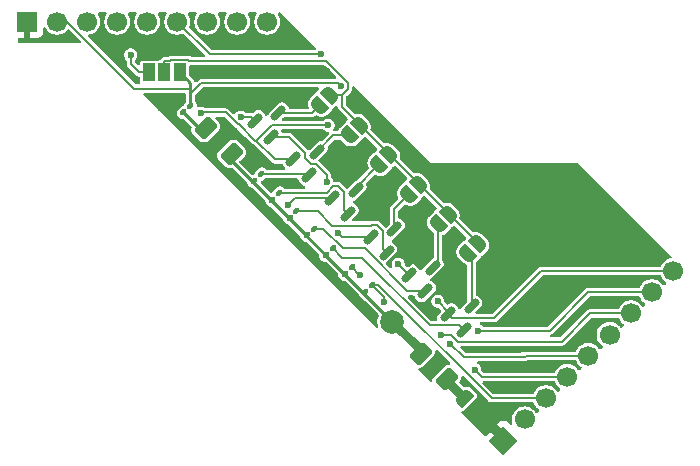
<source format=gbr>
%TF.GenerationSoftware,KiCad,Pcbnew,9.0.2*%
%TF.CreationDate,2025-07-19T22:24:43-05:00*%
%TF.ProjectId,XDS110 onboard prog breakout,58445331-3130-4206-9f6e-626f61726420,rev?*%
%TF.SameCoordinates,Original*%
%TF.FileFunction,Copper,L1,Top*%
%TF.FilePolarity,Positive*%
%FSLAX46Y46*%
G04 Gerber Fmt 4.6, Leading zero omitted, Abs format (unit mm)*
G04 Created by KiCad (PCBNEW 9.0.2) date 2025-07-19 22:24:43*
%MOMM*%
%LPD*%
G01*
G04 APERTURE LIST*
G04 Aperture macros list*
%AMRoundRect*
0 Rectangle with rounded corners*
0 $1 Rounding radius*
0 $2 $3 $4 $5 $6 $7 $8 $9 X,Y pos of 4 corners*
0 Add a 4 corners polygon primitive as box body*
4,1,4,$2,$3,$4,$5,$6,$7,$8,$9,$2,$3,0*
0 Add four circle primitives for the rounded corners*
1,1,$1+$1,$2,$3*
1,1,$1+$1,$4,$5*
1,1,$1+$1,$6,$7*
1,1,$1+$1,$8,$9*
0 Add four rect primitives between the rounded corners*
20,1,$1+$1,$2,$3,$4,$5,0*
20,1,$1+$1,$4,$5,$6,$7,0*
20,1,$1+$1,$6,$7,$8,$9,0*
20,1,$1+$1,$8,$9,$2,$3,0*%
%AMRotRect*
0 Rectangle, with rotation*
0 The origin of the aperture is its center*
0 $1 length*
0 $2 width*
0 $3 Rotation angle, in degrees counterclockwise*
0 Add horizontal line*
21,1,$1,$2,0,0,$3*%
%AMFreePoly0*
4,1,23,0.499999,-0.750000,0.000000,-0.750000,0.000000,-0.745722,-0.065263,-0.745722,-0.191342,-0.711940,-0.304381,-0.646677,-0.396677,-0.554382,-0.461940,-0.441342,-0.495722,-0.315263,-0.495722,-0.250000,-0.500000,-0.250000,-0.500000,0.250000,-0.495722,0.250000,-0.495722,0.315263,-0.461940,0.441342,-0.396677,0.554382,-0.304381,0.646677,-0.191342,0.711940,-0.065263,0.745722,0.000000,0.745722,
0.000000,0.750000,0.499999,0.750000,0.499999,-0.750000,0.499999,-0.750000,$1*%
%AMFreePoly1*
4,1,23,0.000000,0.745722,0.065263,0.745722,0.191342,0.711940,0.304381,0.646677,0.396677,0.554382,0.461940,0.441342,0.495722,0.315263,0.495722,0.250000,0.500000,0.250000,0.500000,-0.250000,0.495722,-0.250000,0.495722,-0.315263,0.461940,-0.441342,0.396677,-0.554382,0.304381,-0.646677,0.191342,-0.711940,0.065263,-0.745722,0.000000,-0.745722,0.000000,-0.750000,-0.499999,-0.750000,
-0.499999,0.750000,0.000000,0.750000,0.000000,0.745722,0.000000,0.745722,$1*%
G04 Aperture macros list end*
%TA.AperFunction,SMDPad,CuDef*%
%ADD10RoundRect,0.250000X-0.724784X-0.159099X-0.159099X-0.724784X0.724784X0.159099X0.159099X0.724784X0*%
%TD*%
%TA.AperFunction,SMDPad,CuDef*%
%ADD11RoundRect,0.250000X0.724784X0.159099X0.159099X0.724784X-0.724784X-0.159099X-0.159099X-0.724784X0*%
%TD*%
%TA.AperFunction,SMDPad,CuDef*%
%ADD12RoundRect,0.100000X-0.083085X-0.224506X0.224506X0.083085X0.083085X0.224506X-0.224506X-0.083085X0*%
%TD*%
%TA.AperFunction,SMDPad,CuDef*%
%ADD13RoundRect,0.150000X-0.309359X-0.521491X0.521491X0.309359X0.309359X0.521491X-0.521491X-0.309359X0*%
%TD*%
%TA.AperFunction,SMDPad,CuDef*%
%ADD14FreePoly0,45.000000*%
%TD*%
%TA.AperFunction,SMDPad,CuDef*%
%ADD15FreePoly1,45.000000*%
%TD*%
%TA.AperFunction,ComponentPad*%
%ADD16RotRect,1.700000X1.700000X135.000000*%
%TD*%
%TA.AperFunction,ComponentPad*%
%ADD17C,1.700000*%
%TD*%
%TA.AperFunction,SMDPad,CuDef*%
%ADD18R,1.000000X1.500000*%
%TD*%
%TA.AperFunction,SMDPad,CuDef*%
%ADD19FreePoly0,135.000000*%
%TD*%
%TA.AperFunction,SMDPad,CuDef*%
%ADD20FreePoly1,135.000000*%
%TD*%
%TA.AperFunction,ComponentPad*%
%ADD21C,2.000000*%
%TD*%
%TA.AperFunction,ComponentPad*%
%ADD22R,1.700000X1.700000*%
%TD*%
%TA.AperFunction,ViaPad*%
%ADD23C,0.600000*%
%TD*%
%TA.AperFunction,Conductor*%
%ADD24C,0.200000*%
%TD*%
%TA.AperFunction,Conductor*%
%ADD25C,0.250000*%
%TD*%
%TA.AperFunction,Conductor*%
%ADD26C,0.750000*%
%TD*%
%TA.AperFunction,Conductor*%
%ADD27C,1.250000*%
%TD*%
G04 APERTURE END LIST*
D10*
%TO.P,R1,1*%
%TO.N,Net-(D2-K)*%
X101903984Y-103503984D03*
%TO.P,R1,2*%
%TO.N,Net-(D1-K)*%
X104096016Y-105696016D03*
%TD*%
D11*
%TO.P,R12,1*%
%TO.N,Net-(JP1-B)*%
X122296016Y-124796016D03*
%TO.P,R12,2*%
%TO.N,Net-(D1-K)*%
X120103984Y-122603984D03*
%TD*%
D12*
%TO.P,D7,1,K*%
%TO.N,Net-(D1-K)*%
X110499954Y-112600046D03*
%TO.P,D7,2,A*%
%TO.N,Net-(D7-A)*%
X111076246Y-112023754D03*
%TD*%
D13*
%TO.P,Q6,1,G*%
%TO.N,/XDS_TXD*%
X106063436Y-102903761D03*
%TO.P,Q6,2,S*%
%TO.N,Net-(D3-A)*%
X107406939Y-104247264D03*
%TO.P,Q6,3,D*%
%TO.N,Net-(JP3-A)*%
X108061013Y-102249687D03*
%TD*%
D14*
%TO.P,JP3,1,A*%
%TO.N,Net-(JP3-A)*%
X111509681Y-101628919D03*
D15*
%TO.P,JP3,2,B*%
%TO.N,Net-(JP2-C)*%
X112428919Y-100709681D03*
%TD*%
D16*
%TO.P,J2,1,Pin_1*%
%TO.N,/XDS_GND*%
X127115800Y-129984200D03*
D17*
%TO.P,J2,2,Pin_2*%
%TO.N,/XDS_5v_supply*%
X128911851Y-128188149D03*
%TO.P,J2,3,Pin_3*%
%TO.N,/XDS_3v_supply*%
X130707902Y-126392098D03*
%TO.P,J2,4,Pin_4*%
%TO.N,/XDS_TXD*%
X132503954Y-124596046D03*
%TO.P,J2,5,Pin_5*%
%TO.N,/XDS_RXD*%
X134300005Y-122799995D03*
%TO.P,J2,6,Pin_6*%
%TO.N,/XDS_RESET_OUT*%
X136096056Y-121003944D03*
%TO.P,J2,7,Pin_7*%
%TO.N,/XDS_TMS_SWDIO*%
X137892107Y-119207893D03*
%TO.P,J2,8,Pin_8*%
%TO.N,/XDS_TCK_SWDCLK*%
X139688159Y-117411841D03*
%TO.P,J2,9,Pin_9*%
%TO.N,/XDS_BLS_INVOKE*%
X141484210Y-115615790D03*
%TD*%
D14*
%TO.P,JP6,1,A*%
%TO.N,Net-(JP6-A)*%
X119040381Y-109159619D03*
D15*
%TO.P,JP6,2,B*%
%TO.N,Net-(JP2-C)*%
X119959619Y-108240381D03*
%TD*%
D12*
%TO.P,D8,1,K*%
%TO.N,Net-(D1-K)*%
X112093254Y-114281146D03*
%TO.P,D8,2,A*%
%TO.N,Net-(D8-A)*%
X112669546Y-113704854D03*
%TD*%
D18*
%TO.P,JP2,1,A*%
%TO.N,/XDS_3v_supply*%
X97100000Y-98800000D03*
%TO.P,JP2,2,C*%
%TO.N,Net-(JP2-C)*%
X98400000Y-98800000D03*
%TO.P,JP2,3,B*%
%TO.N,/XDS_5v_supply*%
X99700000Y-98800000D03*
%TD*%
D12*
%TO.P,D1,1,K*%
%TO.N,Net-(D1-K)*%
X115406054Y-117393946D03*
%TO.P,D1,2,A*%
%TO.N,/XDS_3v_supply*%
X115982346Y-116817654D03*
%TD*%
D13*
%TO.P,Q2,1,G*%
%TO.N,/XDS_TCK_SWDCLK*%
X119144936Y-115985261D03*
%TO.P,Q2,2,S*%
%TO.N,Net-(D7-A)*%
X120488439Y-117328764D03*
%TO.P,Q2,3,D*%
%TO.N,Net-(JP7-A)*%
X121142513Y-115331187D03*
%TD*%
D14*
%TO.P,JP8,1,A*%
%TO.N,Net-(JP8-A)*%
X124060881Y-114180119D03*
D15*
%TO.P,JP8,2,B*%
%TO.N,Net-(JP2-C)*%
X124980119Y-113260881D03*
%TD*%
D13*
%TO.P,Q3,1,G*%
%TO.N,/XDS_TMS_SWDIO*%
X115874536Y-112714861D03*
%TO.P,Q3,2,S*%
%TO.N,Net-(D6-A)*%
X117218039Y-114058364D03*
%TO.P,Q3,3,D*%
%TO.N,Net-(JP6-A)*%
X117872113Y-112060787D03*
%TD*%
%TO.P,Q4,1,G*%
%TO.N,/XDS_RESET_OUT*%
X112604236Y-109444461D03*
%TO.P,Q4,2,S*%
%TO.N,Net-(D5-A)*%
X113947739Y-110787964D03*
%TO.P,Q4,3,D*%
%TO.N,Net-(JP5-A)*%
X114601813Y-108790387D03*
%TD*%
D14*
%TO.P,JP5,1,A*%
%TO.N,Net-(JP5-A)*%
X116530181Y-106649419D03*
D15*
%TO.P,JP5,2,B*%
%TO.N,Net-(JP2-C)*%
X117449419Y-105730181D03*
%TD*%
D14*
%TO.P,JP7,1,A*%
%TO.N,Net-(JP7-A)*%
X121550581Y-111669819D03*
D15*
%TO.P,JP7,2,B*%
%TO.N,Net-(JP2-C)*%
X122469819Y-110750581D03*
%TD*%
D13*
%TO.P,Q1,1,G*%
%TO.N,/XDS_BLS_INVOKE*%
X122415336Y-119255561D03*
%TO.P,Q1,2,S*%
%TO.N,Net-(D8-A)*%
X123758839Y-120599064D03*
%TO.P,Q1,3,D*%
%TO.N,Net-(JP8-A)*%
X124412913Y-118601487D03*
%TD*%
D12*
%TO.P,D5,1,K*%
%TO.N,Net-(D1-K)*%
X107511854Y-109588146D03*
%TO.P,D5,2,A*%
%TO.N,Net-(D5-A)*%
X108088146Y-109011854D03*
%TD*%
D19*
%TO.P,JP1,1,A*%
%TO.N,/XDS_GND*%
X124659619Y-127259619D03*
D20*
%TO.P,JP1,2,B*%
%TO.N,Net-(JP1-B)*%
X123740381Y-126340381D03*
%TD*%
D14*
%TO.P,JP4,1,A*%
%TO.N,Net-(JP4-A)*%
X114019881Y-104139119D03*
D15*
%TO.P,JP4,2,B*%
%TO.N,Net-(JP2-C)*%
X114939119Y-103219881D03*
%TD*%
D21*
%TO.P,TP16,1,1*%
%TO.N,Net-(D1-K)*%
X117700000Y-119900000D03*
%TD*%
D12*
%TO.P,D3,1,K*%
%TO.N,Net-(D1-K)*%
X113711854Y-115888146D03*
%TO.P,D3,2,A*%
%TO.N,Net-(D3-A)*%
X114288146Y-115311854D03*
%TD*%
%TO.P,D4,1,K*%
%TO.N,Net-(D1-K)*%
X105999954Y-108000046D03*
%TO.P,D4,2,A*%
%TO.N,Net-(D4-A)*%
X106576246Y-107423754D03*
%TD*%
D13*
%TO.P,Q5,1,G*%
%TO.N,/XDS_RXD*%
X109333836Y-106174161D03*
%TO.P,Q5,2,S*%
%TO.N,Net-(D4-A)*%
X110677339Y-107517664D03*
%TO.P,Q5,3,D*%
%TO.N,Net-(JP4-A)*%
X111331413Y-105520087D03*
%TD*%
D22*
%TO.P,J1,1,Pin_1*%
%TO.N,/XDS_GND*%
X86800000Y-94500000D03*
D17*
%TO.P,J1,2,Pin_2*%
%TO.N,/XDS_5v_supply*%
X89340000Y-94500000D03*
%TO.P,J1,3,Pin_3*%
%TO.N,/XDS_3v_supply*%
X91879999Y-94500000D03*
%TO.P,J1,4,Pin_4*%
%TO.N,/XDS_TXD*%
X94420000Y-94500000D03*
%TO.P,J1,5,Pin_5*%
%TO.N,/XDS_RXD*%
X96960000Y-94500000D03*
%TO.P,J1,6,Pin_6*%
%TO.N,/XDS_RESET_OUT*%
X99500000Y-94500000D03*
%TO.P,J1,7,Pin_7*%
%TO.N,/XDS_TMS_SWDIO*%
X102040000Y-94500000D03*
%TO.P,J1,8,Pin_8*%
%TO.N,/XDS_TCK_SWDCLK*%
X104580001Y-94500000D03*
%TO.P,J1,9,Pin_9*%
%TO.N,/XDS_BLS_INVOKE*%
X107120000Y-94500000D03*
%TD*%
D12*
%TO.P,D2,1,K*%
%TO.N,Net-(D2-K)*%
X100011854Y-102188146D03*
%TO.P,D2,2,A*%
%TO.N,/XDS_5v_supply*%
X100588146Y-101611854D03*
%TD*%
%TO.P,D6,1,K*%
%TO.N,Net-(D1-K)*%
X109011854Y-111088146D03*
%TO.P,D6,2,A*%
%TO.N,Net-(D6-A)*%
X109588146Y-110511854D03*
%TD*%
D23*
%TO.N,/XDS_3v_supply*%
X95550200Y-97318900D03*
X117022900Y-118201100D03*
%TO.N,/XDS_5v_supply*%
X113318400Y-99950800D03*
%TO.N,Net-(D3-A)*%
X112175900Y-108122400D03*
X114995600Y-115933200D03*
%TO.N,/XDS_RESET_OUT*%
X108892900Y-109993900D03*
X111706900Y-97255600D03*
%TO.N,/XDS_TMS_SWDIO*%
X113086500Y-112367800D03*
X121788500Y-120993900D03*
%TO.N,/XDS_BLS_INVOKE*%
X121555000Y-118189100D03*
%TO.N,/XDS_TCK_SWDCLK*%
X124966300Y-120669800D03*
X118218300Y-115030800D03*
%TO.N,/XDS_RXD*%
X112262200Y-103264200D03*
X122621900Y-121810200D03*
X101499500Y-102258700D03*
%TO.N,/XDS_TXD*%
X104853400Y-102591600D03*
X124676500Y-123959400D03*
%TO.N,/XDS_GND*%
X105100000Y-96200000D03*
X139000000Y-114000000D03*
X130800000Y-118400000D03*
X113900000Y-106800000D03*
X109500000Y-100700000D03*
X127500000Y-119700000D03*
X135800000Y-116500000D03*
X126000000Y-107500000D03*
X132750000Y-122050000D03*
X101800000Y-98800000D03*
X107400000Y-98700000D03*
X122800000Y-115900000D03*
X114000000Y-117600000D03*
X98100000Y-101800000D03*
X109600000Y-108300000D03*
X120100000Y-112800000D03*
X112200000Y-98700000D03*
X102800000Y-96300000D03*
X110000000Y-96200000D03*
X132200000Y-120450000D03*
X106500000Y-105900000D03*
X94700000Y-96100000D03*
X98300000Y-95900000D03*
X88600000Y-95900000D03*
X103200000Y-100900000D03*
X124600000Y-122250000D03*
X107400000Y-96200000D03*
X107100000Y-100900000D03*
X121200000Y-123700000D03*
X127100000Y-123800000D03*
X126500000Y-117000000D03*
X135200000Y-118300000D03*
X116400000Y-109400000D03*
X127100000Y-125500000D03*
X93100000Y-96500000D03*
X105100000Y-98700000D03*
X131500000Y-113700000D03*
X130500000Y-123800000D03*
X110400000Y-104300000D03*
X110000000Y-98700000D03*
%TD*%
D24*
%TO.N,/XDS_RXD*%
X123750000Y-122900000D02*
X122621900Y-121810200D01*
X134300000Y-122800000D02*
X123750000Y-122900000D01*
%TO.N,/XDS_3v_supply*%
X116534600Y-116817700D02*
X126109000Y-126392100D01*
X95550200Y-97318900D02*
X95550200Y-98051900D01*
X95550200Y-98051900D02*
X96298300Y-98800000D01*
X97100000Y-98800000D02*
X96298300Y-98800000D01*
X117022900Y-118201100D02*
X117022900Y-117858300D01*
X117022900Y-117858300D02*
X115982300Y-116817700D01*
X126109000Y-126392100D02*
X130707900Y-126392100D01*
X115982300Y-116817700D02*
X116534600Y-116817700D01*
D25*
%TO.N,Net-(D1-K)*%
X104096000Y-105696000D02*
X104096000Y-106296000D01*
D24*
X113711900Y-115911800D02*
X113724500Y-115924400D01*
X112093300Y-114281100D02*
X112093300Y-114293200D01*
X110185900Y-112385900D02*
X110400000Y-112600000D01*
X106000000Y-108079600D02*
X106003400Y-108079600D01*
D26*
X120104000Y-122604000D02*
X120104000Y-122304000D01*
D24*
X106003400Y-108079600D02*
X107511900Y-109588100D01*
D25*
X104096000Y-106296000D02*
X105879600Y-108079600D01*
X112111700Y-114311600D02*
X113724500Y-115924400D01*
D26*
X120104000Y-122304000D02*
X117700000Y-119900000D01*
D25*
X110185900Y-112385900D02*
X112111700Y-114311600D01*
D24*
X113711900Y-115888100D02*
X113711900Y-115911800D01*
X106000000Y-108000000D02*
X106000000Y-108079600D01*
X109011900Y-111088100D02*
X108950000Y-111150000D01*
D25*
X115324500Y-117524400D02*
X117700000Y-119900000D01*
D24*
X112093300Y-114293200D02*
X112111700Y-114311600D01*
D25*
X108950000Y-111150000D02*
X110185900Y-112385900D01*
D24*
X115406100Y-117442800D02*
X115324500Y-117524400D01*
X105879600Y-108079600D02*
X106000000Y-108079600D01*
X115406100Y-117393900D02*
X115406100Y-117442800D01*
D25*
X113724500Y-115924400D02*
X115324500Y-117524400D01*
X105879600Y-108079600D02*
X108950000Y-111150000D01*
D24*
X110400000Y-112600000D02*
X110500000Y-112600000D01*
D27*
X117700000Y-119900000D02*
X117700000Y-120200000D01*
D25*
%TO.N,Net-(D2-K)*%
X101328000Y-103504000D02*
X101904000Y-103504000D01*
X100012000Y-102188000D02*
X101328000Y-103504000D01*
D24*
X100011900Y-102188100D02*
X100012000Y-102188000D01*
%TO.N,/XDS_5v_supply*%
X113072300Y-99704700D02*
X113318400Y-99950800D01*
D25*
X100588000Y-100650000D02*
X100588000Y-100169000D01*
X100588000Y-101612000D02*
X100588000Y-101082600D01*
X100588000Y-100169000D02*
X100588000Y-99688100D01*
D24*
X90196100Y-94500000D02*
X89340000Y-94500000D01*
X101533300Y-99704700D02*
X113072300Y-99704700D01*
X100588000Y-101611900D02*
X100588100Y-101611900D01*
X95865100Y-100169000D02*
X90196100Y-94500000D01*
D25*
X100588000Y-101082600D02*
X100588000Y-100650000D01*
X100588000Y-99688100D02*
X99700000Y-98800000D01*
D24*
X100588000Y-101082600D02*
X100588000Y-101611900D01*
X100588000Y-100650000D02*
X101533300Y-99704700D01*
X100588000Y-100169000D02*
X95865100Y-100169000D01*
%TO.N,Net-(D3-A)*%
X114995600Y-115933200D02*
X114909400Y-115933200D01*
X112175900Y-107509300D02*
X112175900Y-108122400D01*
X108951100Y-104247300D02*
X110350300Y-105646500D01*
X110818800Y-106536500D02*
X111203100Y-106536500D01*
X110350300Y-105646500D02*
X110350300Y-106068000D01*
X107406900Y-104247300D02*
X108951100Y-104247300D01*
X111203100Y-106536500D02*
X112175900Y-107509300D01*
X114909400Y-115933200D02*
X114288100Y-115311900D01*
X110350300Y-106068000D02*
X110818800Y-106536500D01*
%TO.N,Net-(D4-A)*%
X110583400Y-107423800D02*
X110677300Y-107517700D01*
X106576200Y-107423800D02*
X110583400Y-107423800D01*
%TO.N,Net-(D5-A)*%
X108088100Y-109011900D02*
X112137300Y-109011900D01*
X113585400Y-110425700D02*
X113947700Y-110788000D01*
X113585400Y-108888100D02*
X113585400Y-110425700D01*
X113135000Y-108437700D02*
X113585400Y-108888100D01*
X112711500Y-108437700D02*
X113135000Y-108437700D01*
X112137300Y-109011900D02*
X112711500Y-108437700D01*
%TO.N,Net-(D6-A)*%
X116412400Y-111739800D02*
X115924100Y-111739800D01*
X116891000Y-112218400D02*
X116412400Y-111739800D01*
X112637900Y-111766100D02*
X111383700Y-110511900D01*
X116891000Y-113731400D02*
X116891000Y-112218400D01*
X111383700Y-110511900D02*
X109588100Y-110511900D01*
X117218000Y-114058400D02*
X116891000Y-113731400D01*
X115924100Y-111739800D02*
X115897800Y-111766100D01*
X115897800Y-111766100D02*
X112637900Y-111766100D01*
%TO.N,Net-(D7-A)*%
X120488400Y-117328800D02*
X118976700Y-117328800D01*
X115352800Y-113704900D02*
X113545800Y-113704900D01*
X113545800Y-113704900D02*
X111864700Y-112023800D01*
X118976700Y-117328800D02*
X115352800Y-113704900D01*
X111864700Y-112023800D02*
X111076200Y-112023800D01*
%TO.N,Net-(D8-A)*%
X123758800Y-120599100D02*
X123389100Y-120229400D01*
X115173300Y-114508000D02*
X113472600Y-114508000D01*
X123389100Y-120229400D02*
X120894700Y-120229400D01*
X120894700Y-120229400D02*
X115173300Y-114508000D01*
X113472600Y-114508000D02*
X112669500Y-113704900D01*
%TO.N,/XDS_RESET_OUT*%
X112604200Y-109444500D02*
X109442300Y-109444500D01*
X99500000Y-94500000D02*
X102255600Y-97255600D01*
X109442300Y-109444500D02*
X108892900Y-109993900D01*
X102255600Y-97255600D02*
X111706900Y-97255600D01*
%TO.N,/XDS_TMS_SWDIO*%
X115874500Y-112714900D02*
X113433600Y-112714900D01*
X113433600Y-112714900D02*
X113086500Y-112367800D01*
X121788500Y-120993900D02*
X122656500Y-120993900D01*
X122656500Y-120993900D02*
X123255500Y-121592900D01*
X132030800Y-121592900D02*
X134415800Y-119207900D01*
X134415800Y-119207900D02*
X137892100Y-119207900D01*
X123255500Y-121592900D02*
X132030800Y-121592900D01*
%TO.N,/XDS_BLS_INVOKE*%
X130298400Y-115615800D02*
X126331600Y-119582600D01*
X122742300Y-119582600D02*
X122415300Y-119255600D01*
X126331600Y-119582600D02*
X122742300Y-119582600D01*
X121555000Y-118189100D02*
X122415300Y-119049400D01*
X122415300Y-119049400D02*
X122415300Y-119255600D01*
X141484200Y-115615800D02*
X130298400Y-115615800D01*
%TO.N,/XDS_TCK_SWDCLK*%
X131022700Y-120669800D02*
X134280700Y-117411800D01*
X118218300Y-115030800D02*
X119144900Y-115957400D01*
X119144900Y-115957400D02*
X119144900Y-115985300D01*
X124966300Y-120669800D02*
X131022700Y-120669800D01*
X134280700Y-117411800D02*
X139688200Y-117411800D01*
%TO.N,/XDS_RXD*%
X104604300Y-103193300D02*
X104704400Y-103193300D01*
X107500500Y-103266100D02*
X106190400Y-104576200D01*
X112260300Y-103266100D02*
X107500500Y-103266100D01*
X106087400Y-104576300D02*
X106190300Y-104576300D01*
X103607800Y-102196800D02*
X104604300Y-103193300D01*
X107788300Y-106174200D02*
X106190400Y-104576200D01*
X106190300Y-104576300D02*
X106190400Y-104576200D01*
X101499500Y-102258700D02*
X101561400Y-102196800D01*
X112262200Y-103264200D02*
X112260300Y-103266100D01*
X101561400Y-102196800D02*
X103607800Y-102196800D01*
X104704400Y-103193300D02*
X106087400Y-104576300D01*
X109333800Y-106174200D02*
X107788300Y-106174200D01*
%TO.N,/XDS_TXD*%
X125313100Y-124596000D02*
X124676500Y-123959400D01*
X104853400Y-102591600D02*
X105751200Y-102591600D01*
X132504000Y-124596000D02*
X125313100Y-124596000D01*
X105751200Y-102591600D02*
X106063400Y-102903800D01*
D26*
%TO.N,/XDS_GND*%
X124660000Y-127260000D02*
X127096000Y-129696000D01*
X127096000Y-129696000D02*
X127096000Y-129965000D01*
%TO.N,Net-(JP1-B)*%
X122296000Y-124796000D02*
X122296000Y-124896000D01*
X122296000Y-124896000D02*
X123740000Y-126340000D01*
D24*
X123740400Y-126340400D02*
X123740000Y-126340000D01*
%TO.N,Net-(JP2-C)*%
X98400000Y-98800000D02*
X98400000Y-97857300D01*
X117449400Y-105730200D02*
X114939100Y-103219900D01*
X119959600Y-108240400D02*
X122469800Y-110750600D01*
X113439900Y-100709700D02*
X113439900Y-101720700D01*
X98899000Y-97857300D02*
X98899000Y-97749000D01*
X113439900Y-100709700D02*
X112428900Y-100709700D01*
X124980100Y-113260900D02*
X122469800Y-110750600D01*
X113922300Y-99663200D02*
X113922300Y-100227300D01*
X98899000Y-97749000D02*
X100501000Y-97749000D01*
X98400000Y-97857300D02*
X98899000Y-97857300D01*
X100501000Y-97857300D02*
X112116400Y-97857300D01*
X113439900Y-101720700D02*
X114939100Y-103219900D01*
X113922300Y-100227300D02*
X113439900Y-100709700D01*
X112116400Y-97857300D02*
X113922300Y-99663200D01*
X119959600Y-108240400D02*
X117449400Y-105730200D01*
X100501000Y-97749000D02*
X100501000Y-97857300D01*
%TO.N,Net-(JP3-A)*%
X110888900Y-102249700D02*
X111509700Y-101628900D01*
X108061000Y-102249700D02*
X110888900Y-102249700D01*
%TO.N,Net-(JP4-A)*%
X114019900Y-104139100D02*
X112712400Y-104139100D01*
X112712400Y-104139100D02*
X111331400Y-105520100D01*
%TO.N,Net-(JP5-A)*%
X114601800Y-108790400D02*
X114601800Y-108577800D01*
X114601800Y-108577800D02*
X116530200Y-106649400D01*
%TO.N,Net-(JP6-A)*%
X117872100Y-112060800D02*
X117872100Y-110327900D01*
X117872100Y-110327900D02*
X119040400Y-109159600D01*
%TO.N,Net-(JP7-A)*%
X121550600Y-114923100D02*
X121142500Y-115331200D01*
X121550600Y-111669800D02*
X121550600Y-114923100D01*
%TO.N,Net-(JP8-A)*%
X124412900Y-114532100D02*
X124060900Y-114180100D01*
X124412900Y-118601500D02*
X124412900Y-114532100D01*
%TD*%
%TA.AperFunction,Conductor*%
%TO.N,/XDS_GND*%
G36*
X123713548Y-124496336D02*
G01*
X123734187Y-124512968D01*
X125828531Y-126607312D01*
X125893788Y-126672569D01*
X125893791Y-126672570D01*
X125893794Y-126672573D01*
X125973706Y-126718711D01*
X125973707Y-126718711D01*
X125973712Y-126718714D01*
X126062856Y-126742600D01*
X129575384Y-126742600D01*
X129642423Y-126762285D01*
X129685869Y-126810305D01*
X129699929Y-126837899D01*
X129766670Y-126968886D01*
X129868488Y-127109026D01*
X129990974Y-127231512D01*
X130087643Y-127301746D01*
X130099058Y-127316550D01*
X130114025Y-127327754D01*
X130119952Y-127343644D01*
X130130309Y-127357076D01*
X130131908Y-127375701D01*
X130138442Y-127393218D01*
X130134836Y-127409791D01*
X130136288Y-127426689D01*
X130127564Y-127443222D01*
X130123590Y-127461491D01*
X130104396Y-127487130D01*
X130103682Y-127488484D01*
X130102439Y-127489745D01*
X130009498Y-127582686D01*
X129948175Y-127616171D01*
X129878483Y-127611187D01*
X129822550Y-127569315D01*
X129821499Y-127567890D01*
X129764723Y-127489745D01*
X129751265Y-127471221D01*
X129628779Y-127348735D01*
X129488639Y-127246917D01*
X129334296Y-127168276D01*
X129169552Y-127114747D01*
X129169550Y-127114746D01*
X129169549Y-127114746D01*
X129038122Y-127093930D01*
X128998462Y-127087649D01*
X128825240Y-127087649D01*
X128785579Y-127093930D01*
X128654153Y-127114746D01*
X128489403Y-127168277D01*
X128335062Y-127246917D01*
X128259598Y-127301746D01*
X128194923Y-127348735D01*
X128194921Y-127348737D01*
X128194920Y-127348737D01*
X128072439Y-127471218D01*
X128072439Y-127471219D01*
X128072437Y-127471221D01*
X128028710Y-127531405D01*
X127970619Y-127611360D01*
X127891979Y-127765701D01*
X127838448Y-127930451D01*
X127811351Y-128101538D01*
X127811351Y-128274759D01*
X127838448Y-128445846D01*
X127848172Y-128475773D01*
X127850167Y-128545614D01*
X127814087Y-128605447D01*
X127751386Y-128636275D01*
X127681972Y-128628310D01*
X127642560Y-128601772D01*
X127435532Y-128394744D01*
X127388897Y-128357164D01*
X127258118Y-128297438D01*
X127258113Y-128297437D01*
X127115800Y-128276977D01*
X126973486Y-128297437D01*
X126973481Y-128297438D01*
X126842702Y-128357164D01*
X126796067Y-128394744D01*
X126796063Y-128394748D01*
X126337983Y-128852829D01*
X126986391Y-129501237D01*
X126922807Y-129518275D01*
X126808793Y-129584101D01*
X126715701Y-129677193D01*
X126649875Y-129791207D01*
X126632837Y-129854791D01*
X125984429Y-129206383D01*
X125636994Y-129553818D01*
X125575671Y-129587303D01*
X125505979Y-129582319D01*
X125461632Y-129553818D01*
X123580822Y-127673008D01*
X123547337Y-127611685D01*
X123552321Y-127541993D01*
X123594193Y-127486060D01*
X123644313Y-127463709D01*
X123661380Y-127460315D01*
X123744270Y-127404930D01*
X124804930Y-126344270D01*
X124860315Y-126261380D01*
X124879764Y-126163604D01*
X124879764Y-126163601D01*
X124860316Y-126065832D01*
X124860315Y-126065829D01*
X124860315Y-126065828D01*
X124804930Y-125982938D01*
X124804928Y-125982935D01*
X124404836Y-125582843D01*
X124401646Y-125580395D01*
X124351914Y-125542235D01*
X124237899Y-125476409D01*
X124237897Y-125476408D01*
X124237887Y-125476403D01*
X124176293Y-125450890D01*
X124176280Y-125450886D01*
X124176281Y-125450886D01*
X124176278Y-125450885D01*
X124049112Y-125416811D01*
X124049111Y-125416810D01*
X124049108Y-125416810D01*
X123982991Y-125408105D01*
X123982984Y-125408105D01*
X123851332Y-125408105D01*
X123851324Y-125408105D01*
X123792724Y-125415821D01*
X123785204Y-125416811D01*
X123785201Y-125416811D01*
X123781212Y-125417605D01*
X123780857Y-125415821D01*
X123718382Y-125414318D01*
X123668488Y-125383897D01*
X123412643Y-125128052D01*
X123379158Y-125066729D01*
X123384142Y-124997037D01*
X123406718Y-124959755D01*
X123406474Y-124959558D01*
X123407939Y-124957739D01*
X123408087Y-124957496D01*
X123408541Y-124956988D01*
X123408557Y-124956973D01*
X123446178Y-124910290D01*
X123505966Y-124779374D01*
X123526447Y-124636917D01*
X123523770Y-124618296D01*
X123533714Y-124549139D01*
X123579469Y-124496335D01*
X123646509Y-124476651D01*
X123713548Y-124496336D01*
G37*
%TD.AperFunction*%
%TA.AperFunction,Conductor*%
G36*
X131438452Y-124966185D02*
G01*
X131481898Y-125014206D01*
X131562720Y-125172832D01*
X131593311Y-125214936D01*
X131664540Y-125312974D01*
X131787026Y-125435460D01*
X131883695Y-125505694D01*
X131895110Y-125520498D01*
X131910077Y-125531702D01*
X131916004Y-125547592D01*
X131926361Y-125561024D01*
X131927960Y-125579649D01*
X131934494Y-125597166D01*
X131930888Y-125613739D01*
X131932340Y-125630637D01*
X131923616Y-125647170D01*
X131919642Y-125665439D01*
X131900448Y-125691078D01*
X131899734Y-125692432D01*
X131898491Y-125693693D01*
X131805549Y-125786635D01*
X131744226Y-125820120D01*
X131674534Y-125815136D01*
X131618601Y-125773264D01*
X131617550Y-125771839D01*
X131559857Y-125692432D01*
X131547316Y-125675170D01*
X131424830Y-125552684D01*
X131284690Y-125450866D01*
X131130347Y-125372225D01*
X130965603Y-125318696D01*
X130965601Y-125318695D01*
X130965600Y-125318695D01*
X130834173Y-125297879D01*
X130794513Y-125291598D01*
X130621291Y-125291598D01*
X130581630Y-125297879D01*
X130450204Y-125318695D01*
X130285454Y-125372226D01*
X130131113Y-125450866D01*
X130095957Y-125476409D01*
X129990974Y-125552684D01*
X129990972Y-125552686D01*
X129990971Y-125552686D01*
X129868490Y-125675167D01*
X129868490Y-125675168D01*
X129868488Y-125675170D01*
X129824761Y-125735354D01*
X129766670Y-125815309D01*
X129685867Y-125973895D01*
X129637892Y-126024691D01*
X129575382Y-126041600D01*
X126305543Y-126041600D01*
X126238504Y-126021915D01*
X126217862Y-126005281D01*
X125370762Y-125158181D01*
X125337277Y-125096858D01*
X125342261Y-125027166D01*
X125384133Y-124971233D01*
X125449597Y-124946816D01*
X125458443Y-124946500D01*
X131371413Y-124946500D01*
X131438452Y-124966185D01*
G37*
%TD.AperFunction*%
%TA.AperFunction,Conductor*%
G36*
X121521516Y-122304304D02*
G01*
X121542153Y-122320935D01*
X122401476Y-123180257D01*
X122579061Y-123357842D01*
X122612546Y-123419165D01*
X122607562Y-123488857D01*
X122565690Y-123544790D01*
X122500226Y-123569207D01*
X122473738Y-123568262D01*
X122459837Y-123566263D01*
X122455115Y-123565585D01*
X122455114Y-123565585D01*
X122312659Y-123586065D01*
X122312655Y-123586066D01*
X122181744Y-123645852D01*
X122135049Y-123683481D01*
X121183478Y-124635055D01*
X121183469Y-124635065D01*
X121145853Y-124681741D01*
X121086066Y-124812655D01*
X121086065Y-124812659D01*
X121075364Y-124887096D01*
X121046340Y-124950652D01*
X120987562Y-124988427D01*
X120917692Y-124988427D01*
X120864945Y-124957131D01*
X119942868Y-124035054D01*
X119909383Y-123973731D01*
X119914367Y-123904039D01*
X119956239Y-123848106D01*
X120012902Y-123824636D01*
X120087342Y-123813934D01*
X120218258Y-123754146D01*
X120264941Y-123716527D01*
X121216525Y-122764941D01*
X121254146Y-122718258D01*
X121313934Y-122587342D01*
X121334415Y-122444885D01*
X121331738Y-122426264D01*
X121341682Y-122357107D01*
X121387437Y-122304303D01*
X121454477Y-122284619D01*
X121521516Y-122304304D01*
G37*
%TD.AperFunction*%
%TA.AperFunction,Conductor*%
G36*
X133238990Y-123180257D02*
G01*
X133283427Y-123228908D01*
X133306982Y-123275137D01*
X133358773Y-123376783D01*
X133460591Y-123516923D01*
X133583077Y-123639409D01*
X133679746Y-123709643D01*
X133691161Y-123724447D01*
X133706128Y-123735651D01*
X133712055Y-123751541D01*
X133722412Y-123764973D01*
X133724011Y-123783598D01*
X133730545Y-123801115D01*
X133726939Y-123817688D01*
X133728391Y-123834586D01*
X133719667Y-123851119D01*
X133715693Y-123869388D01*
X133696499Y-123895027D01*
X133695785Y-123896381D01*
X133694542Y-123897642D01*
X133601601Y-123990583D01*
X133540278Y-124024068D01*
X133470586Y-124019084D01*
X133414653Y-123977212D01*
X133413602Y-123975787D01*
X133412108Y-123973731D01*
X133343368Y-123879118D01*
X133220882Y-123756632D01*
X133080742Y-123654814D01*
X132926399Y-123576173D01*
X132761655Y-123522644D01*
X132761653Y-123522643D01*
X132761652Y-123522643D01*
X132630225Y-123501827D01*
X132590565Y-123495546D01*
X132417343Y-123495546D01*
X132377682Y-123501827D01*
X132246256Y-123522643D01*
X132081506Y-123576174D01*
X131927165Y-123654814D01*
X131887709Y-123683481D01*
X131787026Y-123756632D01*
X131787024Y-123756634D01*
X131787023Y-123756634D01*
X131664542Y-123879115D01*
X131664542Y-123879116D01*
X131664540Y-123879118D01*
X131646434Y-123904039D01*
X131562722Y-124019257D01*
X131481944Y-124177795D01*
X131433970Y-124228591D01*
X131371459Y-124245500D01*
X125509643Y-124245500D01*
X125480202Y-124236855D01*
X125450216Y-124230332D01*
X125445200Y-124226577D01*
X125442604Y-124225815D01*
X125421966Y-124209185D01*
X125263316Y-124050535D01*
X125229834Y-123989214D01*
X125227000Y-123962856D01*
X125227000Y-123886927D01*
X125227000Y-123886925D01*
X125189484Y-123746915D01*
X125171939Y-123716527D01*
X125117011Y-123621388D01*
X125117006Y-123621382D01*
X125014517Y-123518893D01*
X125014511Y-123518888D01*
X124930068Y-123470135D01*
X124881852Y-123419568D01*
X124868630Y-123350961D01*
X124894598Y-123286096D01*
X124951512Y-123245568D01*
X124990892Y-123238754D01*
X133171770Y-123161209D01*
X133238990Y-123180257D01*
G37*
%TD.AperFunction*%
%TA.AperFunction,Conductor*%
G36*
X136826631Y-119578085D02*
G01*
X136870077Y-119626105D01*
X136872234Y-119630338D01*
X136950875Y-119784681D01*
X137052693Y-119924821D01*
X137175179Y-120047307D01*
X137271848Y-120117541D01*
X137283263Y-120132345D01*
X137298230Y-120143549D01*
X137304157Y-120159439D01*
X137314514Y-120172871D01*
X137316113Y-120191496D01*
X137322647Y-120209013D01*
X137319041Y-120225586D01*
X137320493Y-120242484D01*
X137311769Y-120259017D01*
X137307795Y-120277286D01*
X137288601Y-120302925D01*
X137287887Y-120304279D01*
X137286644Y-120305540D01*
X137193703Y-120398481D01*
X137132380Y-120431966D01*
X137062688Y-120426982D01*
X137006755Y-120385110D01*
X137005704Y-120383685D01*
X136948928Y-120305540D01*
X136935470Y-120287016D01*
X136812984Y-120164530D01*
X136672844Y-120062712D01*
X136606280Y-120028796D01*
X136518503Y-119984072D01*
X136518502Y-119984071D01*
X136518501Y-119984071D01*
X136353757Y-119930542D01*
X136353755Y-119930541D01*
X136353754Y-119930541D01*
X136219085Y-119909212D01*
X136182667Y-119903444D01*
X136009445Y-119903444D01*
X135973027Y-119909212D01*
X135838358Y-119930541D01*
X135673608Y-119984072D01*
X135519267Y-120062712D01*
X135464518Y-120102490D01*
X135379128Y-120164530D01*
X135379126Y-120164532D01*
X135379125Y-120164532D01*
X135256644Y-120287013D01*
X135256644Y-120287014D01*
X135256642Y-120287016D01*
X135233186Y-120319300D01*
X135154824Y-120427155D01*
X135076184Y-120581496D01*
X135022653Y-120746246D01*
X134998941Y-120895962D01*
X134995556Y-120917333D01*
X134995556Y-121090555D01*
X135000174Y-121119709D01*
X135019594Y-121242329D01*
X135022654Y-121261645D01*
X135076183Y-121426389D01*
X135154824Y-121580732D01*
X135256642Y-121720872D01*
X135379128Y-121843358D01*
X135475797Y-121913592D01*
X135487212Y-121928396D01*
X135502179Y-121939600D01*
X135508106Y-121955490D01*
X135518463Y-121968922D01*
X135520062Y-121987547D01*
X135526596Y-122005064D01*
X135522990Y-122021637D01*
X135524442Y-122038535D01*
X135515718Y-122055068D01*
X135511744Y-122073337D01*
X135492550Y-122098976D01*
X135491836Y-122100330D01*
X135490593Y-122101591D01*
X135397652Y-122194532D01*
X135336329Y-122228017D01*
X135266637Y-122223033D01*
X135210704Y-122181161D01*
X135209653Y-122179736D01*
X135152877Y-122101591D01*
X135139419Y-122083067D01*
X135016933Y-121960581D01*
X134876793Y-121858763D01*
X134722450Y-121780122D01*
X134557706Y-121726593D01*
X134557704Y-121726592D01*
X134557703Y-121726592D01*
X134426276Y-121705776D01*
X134386616Y-121699495D01*
X134213394Y-121699495D01*
X134173733Y-121705776D01*
X134042307Y-121726592D01*
X133877557Y-121780123D01*
X133723216Y-121858763D01*
X133647752Y-121913592D01*
X133583077Y-121960581D01*
X133583075Y-121960583D01*
X133583074Y-121960583D01*
X133460593Y-122083064D01*
X133460593Y-122083065D01*
X133460591Y-122083067D01*
X133430249Y-122124829D01*
X133358773Y-122223206D01*
X133280131Y-122377551D01*
X133278271Y-122382043D01*
X133276498Y-122381308D01*
X133241649Y-122432258D01*
X133177287Y-122459447D01*
X133164344Y-122460247D01*
X123941051Y-122547672D01*
X123873828Y-122528624D01*
X123853722Y-122512860D01*
X123484923Y-122156582D01*
X123450384Y-122095846D01*
X123454164Y-122026079D01*
X123495064Y-121969431D01*
X123560097Y-121943887D01*
X123571077Y-121943400D01*
X132076942Y-121943400D01*
X132076944Y-121943400D01*
X132166088Y-121919514D01*
X132246012Y-121873370D01*
X134524662Y-119594718D01*
X134585985Y-119561234D01*
X134612343Y-119558400D01*
X136759592Y-119558400D01*
X136826631Y-119578085D01*
G37*
%TD.AperFunction*%
%TA.AperFunction,Conductor*%
G36*
X138622659Y-117781985D02*
G01*
X138666105Y-117830006D01*
X138746925Y-117988627D01*
X138777516Y-118030731D01*
X138848745Y-118128769D01*
X138971231Y-118251255D01*
X139067900Y-118321489D01*
X139079315Y-118336293D01*
X139094282Y-118347497D01*
X139100209Y-118363387D01*
X139110566Y-118376819D01*
X139112165Y-118395444D01*
X139118699Y-118412961D01*
X139115093Y-118429534D01*
X139116545Y-118446432D01*
X139107821Y-118462965D01*
X139103847Y-118481234D01*
X139084653Y-118506873D01*
X139083939Y-118508227D01*
X139082696Y-118509488D01*
X138989754Y-118602430D01*
X138928431Y-118635915D01*
X138858739Y-118630931D01*
X138802806Y-118589059D01*
X138801755Y-118587634D01*
X138776620Y-118553039D01*
X138731521Y-118490965D01*
X138609035Y-118368479D01*
X138468895Y-118266661D01*
X138357286Y-118209794D01*
X138314554Y-118188021D01*
X138314553Y-118188020D01*
X138314552Y-118188020D01*
X138149808Y-118134491D01*
X138149806Y-118134490D01*
X138149805Y-118134490D01*
X138018378Y-118113674D01*
X137978718Y-118107393D01*
X137805496Y-118107393D01*
X137765835Y-118113674D01*
X137634409Y-118134490D01*
X137469659Y-118188021D01*
X137315318Y-118266661D01*
X137296633Y-118280237D01*
X137175179Y-118368479D01*
X137175177Y-118368481D01*
X137175176Y-118368481D01*
X137052695Y-118490962D01*
X137052695Y-118490963D01*
X137052693Y-118490965D01*
X137026427Y-118527117D01*
X136950875Y-118631104D01*
X136870070Y-118789695D01*
X136822096Y-118840491D01*
X136759585Y-118857400D01*
X134369656Y-118857400D01*
X134280512Y-118881286D01*
X134280511Y-118881286D01*
X134280509Y-118881287D01*
X134280506Y-118881288D01*
X134200594Y-118927426D01*
X134200585Y-118927433D01*
X131921937Y-121206081D01*
X131860614Y-121239566D01*
X131834256Y-121242400D01*
X131181828Y-121242400D01*
X131171561Y-121239385D01*
X131160934Y-121240627D01*
X131138618Y-121229712D01*
X131114789Y-121222715D01*
X131107783Y-121214630D01*
X131098170Y-121209928D01*
X131085297Y-121188679D01*
X131069034Y-121169911D01*
X131067511Y-121159321D01*
X131061967Y-121150170D01*
X131062625Y-121125338D01*
X131059090Y-121100753D01*
X131063534Y-121091020D01*
X131063818Y-121080324D01*
X131077797Y-121059789D01*
X131088115Y-121037197D01*
X131098154Y-121029887D01*
X131103137Y-121022568D01*
X131120363Y-121013716D01*
X131133324Y-121004280D01*
X131141327Y-121000878D01*
X131157988Y-120996414D01*
X131168612Y-120990280D01*
X131237912Y-120950270D01*
X134389563Y-117798619D01*
X134450886Y-117765134D01*
X134477244Y-117762300D01*
X138555620Y-117762300D01*
X138622659Y-117781985D01*
G37*
%TD.AperFunction*%
%TA.AperFunction,Conductor*%
G36*
X100155539Y-100539185D02*
G01*
X100201294Y-100591989D01*
X100212500Y-100643500D01*
X100212500Y-101299034D01*
X100192815Y-101366073D01*
X100176181Y-101386715D01*
X100092277Y-101470618D01*
X100051124Y-101525810D01*
X100051122Y-101525814D01*
X100038780Y-101561764D01*
X99998393Y-101618779D01*
X99961765Y-101638779D01*
X99925813Y-101651122D01*
X99925810Y-101651123D01*
X99925810Y-101651124D01*
X99870618Y-101692277D01*
X99515985Y-102046910D01*
X99474829Y-102102106D01*
X99474826Y-102102111D01*
X99436848Y-102212739D01*
X99436848Y-102329722D01*
X99474826Y-102440350D01*
X99474829Y-102440355D01*
X99515985Y-102495551D01*
X99704448Y-102684014D01*
X99724827Y-102699209D01*
X99759643Y-102725170D01*
X99759645Y-102725170D01*
X99759649Y-102725173D01*
X99870277Y-102763151D01*
X99870280Y-102763152D01*
X99997532Y-102763152D01*
X99997532Y-102765529D01*
X100052668Y-102772189D01*
X100091401Y-102798438D01*
X100670637Y-103377674D01*
X100704122Y-103438997D01*
X100699138Y-103508689D01*
X100695753Y-103516861D01*
X100694035Y-103520622D01*
X100694033Y-103520628D01*
X100673553Y-103663083D01*
X100694033Y-103805538D01*
X100694034Y-103805542D01*
X100753820Y-103936453D01*
X100753821Y-103936454D01*
X100753822Y-103936456D01*
X100791441Y-103983139D01*
X100791444Y-103983142D01*
X100791449Y-103983148D01*
X101334223Y-104525919D01*
X101424829Y-104616525D01*
X101424833Y-104616528D01*
X101424835Y-104616530D01*
X101471511Y-104654146D01*
X101602425Y-104713933D01*
X101602426Y-104713933D01*
X101602428Y-104713934D01*
X101744885Y-104734415D01*
X101887342Y-104713934D01*
X102018258Y-104654146D01*
X102064941Y-104616527D01*
X103016525Y-103664941D01*
X103054146Y-103618258D01*
X103113934Y-103487342D01*
X103134415Y-103344885D01*
X103113934Y-103202428D01*
X103084299Y-103137538D01*
X103054147Y-103071514D01*
X103054146Y-103071513D01*
X103054146Y-103071512D01*
X103016527Y-103024829D01*
X102899480Y-102907782D01*
X102750678Y-102758981D01*
X102717193Y-102697658D01*
X102722177Y-102627967D01*
X102764048Y-102572033D01*
X102829513Y-102547616D01*
X102838359Y-102547300D01*
X103411256Y-102547300D01*
X103478295Y-102566985D01*
X103498937Y-102583619D01*
X104389088Y-103473770D01*
X104389089Y-103473771D01*
X104389091Y-103473772D01*
X104390645Y-103474669D01*
X104469012Y-103519914D01*
X104527513Y-103535589D01*
X104583100Y-103567682D01*
X105245617Y-104230198D01*
X105806931Y-104791512D01*
X105872188Y-104856769D01*
X105872191Y-104856770D01*
X105872194Y-104856773D01*
X105952106Y-104902911D01*
X105952107Y-104902911D01*
X105952112Y-104902914D01*
X106014701Y-104919684D01*
X106070291Y-104951781D01*
X107422571Y-106304146D01*
X107507829Y-106389409D01*
X107507831Y-106389412D01*
X107512023Y-106393604D01*
X107518919Y-106400500D01*
X107518920Y-106400502D01*
X107573076Y-106454661D01*
X107573079Y-106454663D01*
X107573087Y-106454668D01*
X107573088Y-106454669D01*
X107597995Y-106469048D01*
X107598002Y-106469055D01*
X107598003Y-106469053D01*
X107653002Y-106500810D01*
X107653314Y-106500990D01*
X107653466Y-106501050D01*
X107656824Y-106501835D01*
X107711860Y-106516582D01*
X107742146Y-106524698D01*
X107742148Y-106524698D01*
X107742156Y-106524700D01*
X107742572Y-106524700D01*
X107803671Y-106524700D01*
X107834433Y-106524701D01*
X107834437Y-106524700D01*
X108314523Y-106524700D01*
X108381562Y-106544385D01*
X108427317Y-106597189D01*
X108432454Y-106610381D01*
X108451049Y-106667609D01*
X108451050Y-106667612D01*
X108494379Y-106727249D01*
X108506861Y-106744429D01*
X108624053Y-106861620D01*
X108657537Y-106922941D01*
X108652553Y-106992633D01*
X108610682Y-107048567D01*
X108545218Y-107072984D01*
X108536371Y-107073300D01*
X107080428Y-107073300D01*
X107013389Y-107053615D01*
X106992747Y-107036981D01*
X106883651Y-106927885D01*
X106849755Y-106902611D01*
X106828457Y-106886730D01*
X106828455Y-106886729D01*
X106828450Y-106886726D01*
X106717821Y-106848748D01*
X106717819Y-106848748D01*
X106600843Y-106848748D01*
X106600841Y-106848748D01*
X106490211Y-106886726D01*
X106490206Y-106886729D01*
X106435010Y-106927885D01*
X106080377Y-107282518D01*
X106039224Y-107337710D01*
X106039222Y-107337714D01*
X106026880Y-107373664D01*
X106025648Y-107375402D01*
X106025482Y-107377525D01*
X106005554Y-107403769D01*
X105986493Y-107430679D01*
X105984112Y-107432009D01*
X105983230Y-107433171D01*
X105963539Y-107443503D01*
X105952138Y-107449874D01*
X105950992Y-107450292D01*
X105913913Y-107463022D01*
X105911777Y-107464614D01*
X105901010Y-107468547D01*
X105874201Y-107470280D01*
X105847870Y-107475618D01*
X105839861Y-107472500D01*
X105831286Y-107473055D01*
X105807796Y-107460019D01*
X105782759Y-107450274D01*
X105770790Y-107439753D01*
X104785964Y-106454927D01*
X104752479Y-106393604D01*
X104757463Y-106323912D01*
X104785960Y-106279570D01*
X105208557Y-105856973D01*
X105246178Y-105810290D01*
X105305966Y-105679374D01*
X105326447Y-105536917D01*
X105305966Y-105394460D01*
X105284376Y-105347186D01*
X105246179Y-105263546D01*
X105246178Y-105263545D01*
X105246178Y-105263544D01*
X105208559Y-105216861D01*
X105208554Y-105216856D01*
X105208550Y-105216851D01*
X104575174Y-104583478D01*
X104575168Y-104583473D01*
X104575164Y-104583469D01*
X104528488Y-104545853D01*
X104397574Y-104486066D01*
X104397570Y-104486065D01*
X104255115Y-104465585D01*
X104112659Y-104486065D01*
X104112655Y-104486066D01*
X103981744Y-104545852D01*
X103935049Y-104583481D01*
X102983478Y-105535055D01*
X102983469Y-105535065D01*
X102945853Y-105581741D01*
X102886066Y-105712655D01*
X102886065Y-105712659D01*
X102865585Y-105855115D01*
X102886065Y-105997570D01*
X102886066Y-105997574D01*
X102945852Y-106128485D01*
X102945853Y-106128486D01*
X102945854Y-106128488D01*
X102983473Y-106175171D01*
X102983476Y-106175174D01*
X102983481Y-106175180D01*
X103616857Y-106808553D01*
X103616867Y-106808562D01*
X103663543Y-106846178D01*
X103794457Y-106905965D01*
X103794458Y-106905965D01*
X103794460Y-106905966D01*
X103936917Y-106926447D01*
X104079374Y-106905966D01*
X104079380Y-106905963D01*
X104082636Y-106905007D01*
X104086047Y-106905006D01*
X104088153Y-106904704D01*
X104088196Y-106905006D01*
X104152506Y-106905001D01*
X104205263Y-106936300D01*
X105412172Y-108143209D01*
X105441773Y-108190628D01*
X105462929Y-108252255D01*
X105504085Y-108307451D01*
X105692548Y-108495914D01*
X105711158Y-108509790D01*
X105747743Y-108537070D01*
X105809372Y-108558226D01*
X105856790Y-108587827D01*
X106900529Y-109631566D01*
X106934014Y-109692889D01*
X106936848Y-109719247D01*
X106936848Y-109729722D01*
X106974826Y-109840350D01*
X106974829Y-109840355D01*
X106974830Y-109840357D01*
X106983568Y-109852075D01*
X107015985Y-109895551D01*
X107204448Y-110084014D01*
X107215018Y-110091895D01*
X107259643Y-110125170D01*
X107259645Y-110125170D01*
X107259649Y-110125173D01*
X107370277Y-110163151D01*
X107370280Y-110163152D01*
X107370281Y-110163152D01*
X107380753Y-110163152D01*
X107447792Y-110182837D01*
X107468434Y-110199471D01*
X108400529Y-111131566D01*
X108434014Y-111192889D01*
X108436848Y-111219247D01*
X108436848Y-111229722D01*
X108474826Y-111340350D01*
X108474829Y-111340355D01*
X108474830Y-111340357D01*
X108488159Y-111358232D01*
X108515985Y-111395551D01*
X108704448Y-111584014D01*
X108716009Y-111592634D01*
X108759643Y-111625170D01*
X108759645Y-111625170D01*
X108759649Y-111625173D01*
X108870277Y-111663151D01*
X108870280Y-111663152D01*
X108870281Y-111663152D01*
X108880753Y-111663152D01*
X108947792Y-111682837D01*
X108968434Y-111699471D01*
X109880056Y-112611093D01*
X109885430Y-112616469D01*
X109885432Y-112616471D01*
X109887919Y-112618958D01*
X109888639Y-112619678D01*
X109903444Y-112646799D01*
X109922113Y-112680984D01*
X109922114Y-112681001D01*
X109922117Y-112681005D01*
X109922116Y-112681014D01*
X109924948Y-112707349D01*
X109924948Y-112741622D01*
X109962926Y-112852250D01*
X109962929Y-112852255D01*
X109962930Y-112852257D01*
X109979049Y-112873874D01*
X110004085Y-112907451D01*
X110192548Y-113095914D01*
X110209237Y-113108358D01*
X110247743Y-113137070D01*
X110247745Y-113137070D01*
X110247749Y-113137073D01*
X110358377Y-113175051D01*
X110358380Y-113175052D01*
X110358381Y-113175052D01*
X110392682Y-113175052D01*
X110459721Y-113194737D01*
X110480355Y-113211363D01*
X111481928Y-114212885D01*
X111515414Y-114274205D01*
X111518248Y-114300566D01*
X111518248Y-114422722D01*
X111556226Y-114533350D01*
X111556229Y-114533355D01*
X111556230Y-114533357D01*
X111559367Y-114537564D01*
X111597385Y-114588551D01*
X111785848Y-114777014D01*
X111801212Y-114788470D01*
X111841043Y-114818170D01*
X111841045Y-114818170D01*
X111841049Y-114818173D01*
X111951677Y-114856151D01*
X111951680Y-114856152D01*
X112073853Y-114856152D01*
X112140892Y-114875837D01*
X112161533Y-114892470D01*
X113100530Y-115831468D01*
X113134014Y-115892789D01*
X113136848Y-115919147D01*
X113136848Y-116029722D01*
X113174826Y-116140350D01*
X113174829Y-116140355D01*
X113174830Y-116140357D01*
X113188107Y-116158163D01*
X113215985Y-116195551D01*
X113404448Y-116384014D01*
X113415117Y-116391969D01*
X113459643Y-116425170D01*
X113459645Y-116425170D01*
X113459649Y-116425173D01*
X113570277Y-116463151D01*
X113570280Y-116463152D01*
X113680853Y-116463152D01*
X113747892Y-116482837D01*
X113768534Y-116499471D01*
X114824597Y-117555535D01*
X114854197Y-117602951D01*
X114869030Y-117646156D01*
X114869032Y-117646160D01*
X114910183Y-117701349D01*
X115098648Y-117889814D01*
X115111011Y-117899032D01*
X115153843Y-117930970D01*
X115197037Y-117945798D01*
X115244454Y-117975399D01*
X115385674Y-118116625D01*
X116464784Y-119195781D01*
X116527322Y-119258321D01*
X116560806Y-119319644D01*
X116555820Y-119389336D01*
X116550125Y-119402292D01*
X116541115Y-119419975D01*
X116541114Y-119419978D01*
X116480291Y-119607169D01*
X116480291Y-119607172D01*
X116449500Y-119801577D01*
X116449500Y-119998422D01*
X116480291Y-120192827D01*
X116480291Y-120192830D01*
X116503412Y-120263987D01*
X116505407Y-120333828D01*
X116469327Y-120393661D01*
X116406626Y-120424489D01*
X116337212Y-120416524D01*
X116297800Y-120389986D01*
X96638995Y-100731181D01*
X96605510Y-100669858D01*
X96610494Y-100600166D01*
X96652366Y-100544233D01*
X96717830Y-100519816D01*
X96726676Y-100519500D01*
X100088500Y-100519500D01*
X100155539Y-100539185D01*
G37*
%TD.AperFunction*%
%TA.AperFunction,Conductor*%
G36*
X140418736Y-115985985D02*
G01*
X140462182Y-116034006D01*
X140542976Y-116192576D01*
X140558523Y-116213974D01*
X140644796Y-116332718D01*
X140767282Y-116455204D01*
X140863951Y-116525438D01*
X140875366Y-116540242D01*
X140890333Y-116551446D01*
X140896260Y-116567336D01*
X140906617Y-116580768D01*
X140908216Y-116599393D01*
X140914750Y-116616910D01*
X140911144Y-116633483D01*
X140912596Y-116650381D01*
X140903872Y-116666914D01*
X140899898Y-116685183D01*
X140880704Y-116710822D01*
X140879990Y-116712176D01*
X140878747Y-116713437D01*
X140785806Y-116806378D01*
X140724483Y-116839863D01*
X140654791Y-116834879D01*
X140598858Y-116793007D01*
X140597807Y-116791582D01*
X140581546Y-116769201D01*
X140527573Y-116694913D01*
X140405087Y-116572427D01*
X140264947Y-116470609D01*
X140110604Y-116391968D01*
X139945860Y-116338439D01*
X139945858Y-116338438D01*
X139945857Y-116338438D01*
X139814430Y-116317622D01*
X139774770Y-116311341D01*
X139601548Y-116311341D01*
X139561887Y-116317622D01*
X139430461Y-116338438D01*
X139265711Y-116391969D01*
X139111370Y-116470609D01*
X139067979Y-116502135D01*
X138971231Y-116572427D01*
X138971229Y-116572429D01*
X138971228Y-116572429D01*
X138848747Y-116694910D01*
X138848747Y-116694911D01*
X138848745Y-116694913D01*
X138822083Y-116731610D01*
X138746927Y-116835052D01*
X138666146Y-116993595D01*
X138618171Y-117044391D01*
X138555661Y-117061300D01*
X134234556Y-117061300D01*
X134145412Y-117085186D01*
X134145409Y-117085187D01*
X134065491Y-117131327D01*
X134065486Y-117131331D01*
X130913837Y-120282981D01*
X130852514Y-120316466D01*
X130826156Y-120319300D01*
X125445686Y-120319300D01*
X125378647Y-120299615D01*
X125373150Y-120295871D01*
X125365060Y-120290036D01*
X125304315Y-120229291D01*
X125186632Y-120161346D01*
X125181536Y-120157671D01*
X125163804Y-120134841D01*
X125143856Y-120113920D01*
X125142635Y-120107584D01*
X125138678Y-120102490D01*
X125136104Y-120073696D01*
X125130634Y-120045313D01*
X125133031Y-120039324D01*
X125132457Y-120032898D01*
X125145858Y-120007284D01*
X125156602Y-119980448D01*
X125161857Y-119976705D01*
X125164848Y-119970990D01*
X125189968Y-119956687D01*
X125213516Y-119939920D01*
X125221895Y-119938510D01*
X125225566Y-119936421D01*
X125232203Y-119936777D01*
X125254072Y-119933100D01*
X126377742Y-119933100D01*
X126377744Y-119933100D01*
X126466888Y-119909214D01*
X126476882Y-119903444D01*
X126476883Y-119903444D01*
X126546805Y-119863074D01*
X126546804Y-119863074D01*
X126546812Y-119863070D01*
X130407262Y-116002618D01*
X130468585Y-115969134D01*
X130494943Y-115966300D01*
X140351697Y-115966300D01*
X140418736Y-115985985D01*
G37*
%TD.AperFunction*%
%TA.AperFunction,Conductor*%
G36*
X122951794Y-111766863D02*
G01*
X122976283Y-111768614D01*
X122987469Y-111775802D01*
X122995760Y-111777880D01*
X123003462Y-111786080D01*
X123020636Y-111797117D01*
X123933582Y-112710063D01*
X123949425Y-112739077D01*
X123966183Y-112767605D01*
X123966102Y-112769619D01*
X123967067Y-112771386D01*
X123964707Y-112804376D01*
X123963382Y-112837419D01*
X123962173Y-112839806D01*
X123962083Y-112841078D01*
X123959483Y-112845123D01*
X123947446Y-112868910D01*
X123941233Y-112877773D01*
X123915570Y-112903438D01*
X123860185Y-112986328D01*
X123858215Y-112996230D01*
X123845192Y-113014813D01*
X123791105Y-113058206D01*
X123786330Y-113060183D01*
X123703435Y-113115571D01*
X123303343Y-113515663D01*
X123296572Y-113524488D01*
X123262735Y-113568586D01*
X123262734Y-113568588D01*
X123262732Y-113568590D01*
X123196908Y-113682602D01*
X123196903Y-113682612D01*
X123171390Y-113744206D01*
X123171386Y-113744219D01*
X123137310Y-113871391D01*
X123128605Y-113937508D01*
X123128605Y-114069175D01*
X123131277Y-114089467D01*
X123137311Y-114135296D01*
X123143261Y-114157500D01*
X123171385Y-114262463D01*
X123171385Y-114262464D01*
X123196903Y-114324070D01*
X123196908Y-114324080D01*
X123196909Y-114324082D01*
X123262735Y-114438098D01*
X123303339Y-114491016D01*
X123749984Y-114937661D01*
X123802902Y-114978265D01*
X123916918Y-115044091D01*
X123916921Y-115044092D01*
X123916924Y-115044094D01*
X123982289Y-115071169D01*
X123981906Y-115072092D01*
X124035397Y-115109689D01*
X124061764Y-115174393D01*
X124062400Y-115186939D01*
X124062400Y-118122113D01*
X124042715Y-118189152D01*
X124026081Y-118209794D01*
X123585943Y-118649933D01*
X123585939Y-118649937D01*
X123530125Y-118726757D01*
X123525280Y-118741670D01*
X123485842Y-118799344D01*
X123421482Y-118826541D01*
X123352636Y-118814625D01*
X123303950Y-118769940D01*
X123303859Y-118770007D01*
X123303530Y-118769554D01*
X123301161Y-118767380D01*
X123298602Y-118762772D01*
X123298123Y-118762113D01*
X123298123Y-118762112D01*
X123242311Y-118685293D01*
X122985604Y-118428588D01*
X122985600Y-118428585D01*
X122985599Y-118428584D01*
X122908786Y-118372774D01*
X122788129Y-118333570D01*
X122788128Y-118333570D01*
X122661262Y-118333570D01*
X122661260Y-118333570D01*
X122540602Y-118372775D01*
X122463789Y-118428582D01*
X122460083Y-118431749D01*
X122459187Y-118430700D01*
X122456712Y-118432052D01*
X122451287Y-118439300D01*
X122426527Y-118448534D01*
X122403335Y-118461199D01*
X122394305Y-118460553D01*
X122385823Y-118463717D01*
X122360002Y-118458100D01*
X122333643Y-118456215D01*
X122324589Y-118450396D01*
X122317550Y-118448865D01*
X122289296Y-118427714D01*
X122141819Y-118280237D01*
X122108334Y-118218914D01*
X122105500Y-118192556D01*
X122105500Y-118116627D01*
X122105500Y-118116625D01*
X122067984Y-117976615D01*
X122023191Y-117899032D01*
X121995511Y-117851088D01*
X121995506Y-117851082D01*
X121893017Y-117748593D01*
X121893011Y-117748588D01*
X121767488Y-117676117D01*
X121767489Y-117676117D01*
X121756006Y-117673040D01*
X121627475Y-117638600D01*
X121482525Y-117638600D01*
X121353993Y-117673040D01*
X121342511Y-117676117D01*
X121216988Y-117748588D01*
X121216982Y-117748593D01*
X121114493Y-117851082D01*
X121114488Y-117851088D01*
X121042017Y-117976611D01*
X121042016Y-117976615D01*
X121004500Y-118116625D01*
X121004500Y-118261575D01*
X121042016Y-118401585D01*
X121042017Y-118401588D01*
X121114488Y-118527111D01*
X121114490Y-118527113D01*
X121114491Y-118527115D01*
X121216985Y-118629609D01*
X121216986Y-118629610D01*
X121216988Y-118629611D01*
X121342511Y-118702082D01*
X121342512Y-118702082D01*
X121342515Y-118702084D01*
X121482525Y-118739600D01*
X121558456Y-118739600D01*
X121587896Y-118748244D01*
X121617883Y-118754768D01*
X121622898Y-118758522D01*
X121625495Y-118759285D01*
X121646137Y-118775919D01*
X121793613Y-118923395D01*
X121827098Y-118984718D01*
X121822114Y-119054410D01*
X121793614Y-119098756D01*
X121588366Y-119304007D01*
X121588362Y-119304011D01*
X121532549Y-119380829D01*
X121493345Y-119501485D01*
X121493345Y-119628356D01*
X121522012Y-119716582D01*
X121524007Y-119786423D01*
X121487927Y-119846256D01*
X121425226Y-119877084D01*
X121404081Y-119878900D01*
X121091244Y-119878900D01*
X121024205Y-119859215D01*
X121003563Y-119842581D01*
X119051963Y-117890981D01*
X119018478Y-117829658D01*
X119023462Y-117759966D01*
X119065334Y-117704033D01*
X119130798Y-117679616D01*
X119139644Y-117679300D01*
X119469125Y-117679300D01*
X119536164Y-117698985D01*
X119581919Y-117751789D01*
X119587056Y-117764981D01*
X119605652Y-117822213D01*
X119605652Y-117822214D01*
X119605653Y-117822215D01*
X119654765Y-117889812D01*
X119661464Y-117899032D01*
X119918171Y-118155737D01*
X119918174Y-118155739D01*
X119918175Y-118155740D01*
X119994988Y-118211550D01*
X119994989Y-118211550D01*
X119994990Y-118211551D01*
X120115647Y-118250755D01*
X120115648Y-118250755D01*
X120242512Y-118250755D01*
X120242513Y-118250755D01*
X120363169Y-118211551D01*
X120365588Y-118209794D01*
X120439985Y-118155742D01*
X120439985Y-118155741D01*
X120439989Y-118155739D01*
X121315412Y-117280314D01*
X121371226Y-117203494D01*
X121410430Y-117082838D01*
X121410430Y-116955972D01*
X121371226Y-116835315D01*
X121364200Y-116825645D01*
X121326022Y-116773097D01*
X121315414Y-116758496D01*
X121058707Y-116501791D01*
X121058703Y-116501788D01*
X121058702Y-116501787D01*
X120973992Y-116440240D01*
X120975195Y-116438583D01*
X120933558Y-116399257D01*
X120916764Y-116331436D01*
X120939303Y-116265301D01*
X120994019Y-116221851D01*
X121002310Y-116218825D01*
X121017243Y-116213974D01*
X121042597Y-116195554D01*
X121094059Y-116158165D01*
X121094059Y-116158164D01*
X121094063Y-116158162D01*
X121969486Y-115282737D01*
X122025300Y-115205917D01*
X122064504Y-115085261D01*
X122064504Y-114958395D01*
X122025300Y-114837738D01*
X121981182Y-114777014D01*
X121969491Y-114760922D01*
X121937419Y-114728850D01*
X121903934Y-114667527D01*
X121901100Y-114641169D01*
X121901100Y-112677153D01*
X121920785Y-112610114D01*
X121973589Y-112564359D01*
X121985271Y-112559724D01*
X121986460Y-112559319D01*
X121986478Y-112559315D01*
X122048099Y-112533791D01*
X122162114Y-112467965D01*
X122215031Y-112427361D01*
X122615130Y-112027262D01*
X122670515Y-111944372D01*
X122670515Y-111944367D01*
X122672488Y-111939607D01*
X122715886Y-111885507D01*
X122734466Y-111872485D01*
X122744372Y-111870515D01*
X122827262Y-111815130D01*
X122852930Y-111789461D01*
X122861789Y-111783253D01*
X122885046Y-111775398D01*
X122906591Y-111763633D01*
X122917564Y-111764417D01*
X122927985Y-111760898D01*
X122951794Y-111766863D01*
G37*
%TD.AperFunction*%
%TA.AperFunction,Conductor*%
G36*
X114478003Y-99986263D02*
G01*
X114484481Y-99992295D01*
X120799500Y-106307314D01*
X120892686Y-106400500D01*
X121006814Y-106466392D01*
X121134108Y-106500500D01*
X133441324Y-106500500D01*
X133508363Y-106520185D01*
X133529005Y-106536819D01*
X141320368Y-114328182D01*
X141353853Y-114389505D01*
X141348869Y-114459197D01*
X141306997Y-114515130D01*
X141252089Y-114538336D01*
X141226509Y-114542388D01*
X141061762Y-114595918D01*
X140907421Y-114674558D01*
X140832696Y-114728850D01*
X140767282Y-114776376D01*
X140767280Y-114776378D01*
X140767279Y-114776378D01*
X140644798Y-114898859D01*
X140644798Y-114898860D01*
X140644796Y-114898862D01*
X140614071Y-114941151D01*
X140542978Y-115039001D01*
X140462171Y-115197595D01*
X140414196Y-115248391D01*
X140351686Y-115265300D01*
X130252256Y-115265300D01*
X130170310Y-115287257D01*
X130170309Y-115287256D01*
X130163116Y-115289184D01*
X130163112Y-115289186D01*
X130083191Y-115335328D01*
X130083185Y-115335333D01*
X126222737Y-119195781D01*
X126161414Y-119229266D01*
X126135056Y-119232100D01*
X124860186Y-119232100D01*
X124793147Y-119212415D01*
X124747392Y-119159611D01*
X124737448Y-119090453D01*
X124766473Y-119026897D01*
X124772505Y-119020419D01*
X124869529Y-118923395D01*
X125239886Y-118553037D01*
X125295700Y-118476217D01*
X125334904Y-118355561D01*
X125334904Y-118228695D01*
X125295700Y-118108038D01*
X125295231Y-118107393D01*
X125239890Y-118031222D01*
X125239888Y-118031219D01*
X124983181Y-117774514D01*
X124983177Y-117774511D01*
X124983176Y-117774510D01*
X124906362Y-117718700D01*
X124849081Y-117700088D01*
X124791406Y-117660650D01*
X124764208Y-117596291D01*
X124763400Y-117582157D01*
X124763400Y-114950954D01*
X124783085Y-114883915D01*
X124799719Y-114863273D01*
X125125428Y-114537564D01*
X125125430Y-114537562D01*
X125180815Y-114454672D01*
X125180815Y-114454667D01*
X125182788Y-114449907D01*
X125226626Y-114395500D01*
X125249907Y-114382788D01*
X125254667Y-114380815D01*
X125254672Y-114380815D01*
X125337562Y-114325430D01*
X125737661Y-113925331D01*
X125778265Y-113872414D01*
X125844091Y-113758399D01*
X125849963Y-113744222D01*
X125869609Y-113696793D01*
X125869609Y-113696790D01*
X125869615Y-113696778D01*
X125903689Y-113569612D01*
X125912395Y-113503484D01*
X125912395Y-113371832D01*
X125903689Y-113305704D01*
X125869615Y-113178538D01*
X125866012Y-113169840D01*
X125844096Y-113116929D01*
X125844091Y-113116919D01*
X125844091Y-113116918D01*
X125778265Y-113002902D01*
X125737661Y-112949984D01*
X125291016Y-112503339D01*
X125238098Y-112462735D01*
X125124082Y-112396909D01*
X125124080Y-112396908D01*
X125124070Y-112396903D01*
X125062463Y-112371385D01*
X124988093Y-112351458D01*
X124935296Y-112337311D01*
X124920600Y-112335376D01*
X124869175Y-112328605D01*
X124869168Y-112328605D01*
X124737516Y-112328605D01*
X124737508Y-112328605D01*
X124674576Y-112336891D01*
X124671388Y-112337311D01*
X124646528Y-112343971D01*
X124576680Y-112342307D01*
X124526758Y-112311877D01*
X123418822Y-111203940D01*
X123385337Y-111142617D01*
X123386728Y-111084167D01*
X123393389Y-111059312D01*
X123402095Y-110993184D01*
X123402095Y-110861532D01*
X123393389Y-110795404D01*
X123359315Y-110668238D01*
X123333791Y-110606618D01*
X123267965Y-110492602D01*
X123227361Y-110439684D01*
X122780716Y-109993039D01*
X122727798Y-109952435D01*
X122613782Y-109886609D01*
X122613780Y-109886608D01*
X122613770Y-109886603D01*
X122552163Y-109861085D01*
X122500402Y-109847216D01*
X122424996Y-109827011D01*
X122410300Y-109825076D01*
X122358875Y-109818305D01*
X122358868Y-109818305D01*
X122227216Y-109818305D01*
X122227208Y-109818305D01*
X122168435Y-109826043D01*
X122161088Y-109827011D01*
X122161086Y-109827011D01*
X122161083Y-109827012D01*
X122136230Y-109833671D01*
X122066380Y-109832006D01*
X122016458Y-109801576D01*
X120908622Y-108693740D01*
X120875137Y-108632417D01*
X120876528Y-108573967D01*
X120883189Y-108549112D01*
X120891895Y-108482984D01*
X120891895Y-108351332D01*
X120883189Y-108285204D01*
X120849115Y-108158038D01*
X120848781Y-108157231D01*
X120823596Y-108096429D01*
X120823591Y-108096419D01*
X120823591Y-108096418D01*
X120757765Y-107982402D01*
X120717161Y-107929484D01*
X120270516Y-107482839D01*
X120265322Y-107478854D01*
X120254148Y-107470280D01*
X120217598Y-107442235D01*
X120103582Y-107376409D01*
X120103580Y-107376408D01*
X120103570Y-107376403D01*
X120041963Y-107350885D01*
X119992792Y-107337710D01*
X119914796Y-107316811D01*
X119900100Y-107314876D01*
X119848675Y-107308105D01*
X119848668Y-107308105D01*
X119717016Y-107308105D01*
X119717008Y-107308105D01*
X119658235Y-107315843D01*
X119650888Y-107316811D01*
X119650886Y-107316811D01*
X119650883Y-107316812D01*
X119626030Y-107323471D01*
X119556180Y-107321806D01*
X119506258Y-107291376D01*
X118398422Y-106183540D01*
X118364937Y-106122217D01*
X118366328Y-106063767D01*
X118372989Y-106038912D01*
X118381695Y-105972784D01*
X118381695Y-105841132D01*
X118372989Y-105775004D01*
X118338915Y-105647838D01*
X118313391Y-105586218D01*
X118247565Y-105472202D01*
X118206961Y-105419284D01*
X117760316Y-104972639D01*
X117707398Y-104932035D01*
X117593382Y-104866209D01*
X117593380Y-104866208D01*
X117593370Y-104866203D01*
X117531763Y-104840685D01*
X117489373Y-104829327D01*
X117404596Y-104806611D01*
X117389900Y-104804676D01*
X117338475Y-104797905D01*
X117338468Y-104797905D01*
X117206816Y-104797905D01*
X117206808Y-104797905D01*
X117143876Y-104806191D01*
X117140688Y-104806611D01*
X117115828Y-104813271D01*
X117045980Y-104811607D01*
X116996058Y-104781177D01*
X115888122Y-103673240D01*
X115854637Y-103611917D01*
X115856028Y-103553467D01*
X115862689Y-103528612D01*
X115871395Y-103462484D01*
X115871395Y-103330832D01*
X115862689Y-103264704D01*
X115828615Y-103137538D01*
X115803091Y-103075918D01*
X115737265Y-102961902D01*
X115696661Y-102908984D01*
X115250016Y-102462339D01*
X115197098Y-102421735D01*
X115083082Y-102355909D01*
X115083080Y-102355908D01*
X115083070Y-102355903D01*
X115021463Y-102330385D01*
X114979073Y-102319027D01*
X114894296Y-102296311D01*
X114879600Y-102294376D01*
X114828175Y-102287605D01*
X114828168Y-102287605D01*
X114696516Y-102287605D01*
X114696508Y-102287605D01*
X114637735Y-102295343D01*
X114630388Y-102296311D01*
X114630386Y-102296311D01*
X114630383Y-102296312D01*
X114605530Y-102302971D01*
X114535680Y-102301306D01*
X114485758Y-102270876D01*
X113826719Y-101611837D01*
X113793234Y-101550514D01*
X113790400Y-101524156D01*
X113790400Y-100906244D01*
X113810085Y-100839205D01*
X113826719Y-100818563D01*
X114001782Y-100643500D01*
X114202770Y-100442512D01*
X114248914Y-100362588D01*
X114272800Y-100273443D01*
X114272800Y-100181156D01*
X114272800Y-100079976D01*
X114292485Y-100012937D01*
X114345289Y-99967182D01*
X114414447Y-99957238D01*
X114478003Y-99986263D01*
G37*
%TD.AperFunction*%
%TA.AperFunction,Conductor*%
G36*
X120441595Y-109256664D02*
G01*
X120466086Y-109258416D01*
X120477270Y-109265603D01*
X120485560Y-109267681D01*
X120493261Y-109275880D01*
X120510436Y-109286918D01*
X121423281Y-110199763D01*
X121439127Y-110228783D01*
X121455881Y-110257305D01*
X121455800Y-110259317D01*
X121456766Y-110261086D01*
X121454406Y-110294075D01*
X121453082Y-110327118D01*
X121451872Y-110329507D01*
X121451782Y-110330778D01*
X121449184Y-110334820D01*
X121437145Y-110358610D01*
X121430930Y-110367477D01*
X121405270Y-110393138D01*
X121349885Y-110476028D01*
X121347915Y-110485930D01*
X121334892Y-110504513D01*
X121280805Y-110547906D01*
X121276030Y-110549883D01*
X121193135Y-110605271D01*
X120793043Y-111005363D01*
X120771503Y-111033435D01*
X120752435Y-111058286D01*
X120752434Y-111058288D01*
X120752432Y-111058290D01*
X120686608Y-111172302D01*
X120686603Y-111172312D01*
X120661090Y-111233906D01*
X120661086Y-111233919D01*
X120627010Y-111361091D01*
X120618305Y-111427208D01*
X120618305Y-111558875D01*
X120622750Y-111592634D01*
X120627011Y-111624996D01*
X120643891Y-111687993D01*
X120661085Y-111752163D01*
X120661085Y-111752164D01*
X120686603Y-111813770D01*
X120686608Y-111813780D01*
X120686609Y-111813782D01*
X120752435Y-111927798D01*
X120770379Y-111951184D01*
X120793038Y-111980715D01*
X121163781Y-112351458D01*
X121197266Y-112412781D01*
X121200100Y-112439139D01*
X121200100Y-114443713D01*
X121180415Y-114510752D01*
X121163781Y-114531394D01*
X120315542Y-115379634D01*
X120315539Y-115379637D01*
X120259725Y-115456457D01*
X120254880Y-115471370D01*
X120215442Y-115529044D01*
X120151082Y-115556241D01*
X120082236Y-115544325D01*
X120033550Y-115499640D01*
X120033459Y-115499707D01*
X120033130Y-115499254D01*
X120030761Y-115497080D01*
X120028202Y-115492472D01*
X120027723Y-115491813D01*
X120027723Y-115491812D01*
X119971911Y-115414993D01*
X119715204Y-115158288D01*
X119715200Y-115158285D01*
X119715199Y-115158284D01*
X119638386Y-115102474D01*
X119517729Y-115063270D01*
X119517728Y-115063270D01*
X119390862Y-115063270D01*
X119390860Y-115063270D01*
X119270202Y-115102475D01*
X119193386Y-115158285D01*
X119105107Y-115246564D01*
X119097160Y-115250902D01*
X119091736Y-115258149D01*
X119066976Y-115267383D01*
X119043783Y-115280048D01*
X119034754Y-115279402D01*
X119026272Y-115282566D01*
X119000451Y-115276949D01*
X118974092Y-115275064D01*
X118965038Y-115269245D01*
X118957999Y-115267714D01*
X118929745Y-115246563D01*
X118805119Y-115121937D01*
X118771634Y-115060614D01*
X118768800Y-115034256D01*
X118768800Y-114958327D01*
X118768800Y-114958325D01*
X118731284Y-114818315D01*
X118731200Y-114818170D01*
X118658811Y-114692788D01*
X118658806Y-114692782D01*
X118556317Y-114590293D01*
X118556311Y-114590288D01*
X118430788Y-114517817D01*
X118430789Y-114517817D01*
X118404422Y-114510752D01*
X118290775Y-114480300D01*
X118145825Y-114480300D01*
X118032178Y-114510752D01*
X118005811Y-114517817D01*
X117880288Y-114590288D01*
X117880282Y-114590293D01*
X117777793Y-114692782D01*
X117777788Y-114692788D01*
X117705317Y-114818311D01*
X117705316Y-114818315D01*
X117667800Y-114958325D01*
X117667800Y-115103275D01*
X117702102Y-115231289D01*
X117700439Y-115301139D01*
X117661277Y-115359002D01*
X117597048Y-115386506D01*
X117528146Y-115374920D01*
X117494646Y-115351064D01*
X117186935Y-115043353D01*
X117153450Y-114982030D01*
X117158434Y-114912338D01*
X117186931Y-114867996D01*
X118045012Y-114009914D01*
X118100826Y-113933094D01*
X118140030Y-113812438D01*
X118140030Y-113685572D01*
X118100826Y-113564915D01*
X118045014Y-113488096D01*
X117788307Y-113231391D01*
X117788303Y-113231388D01*
X117788302Y-113231387D01*
X117703592Y-113169840D01*
X117704795Y-113168183D01*
X117663158Y-113128857D01*
X117646364Y-113061036D01*
X117668903Y-112994901D01*
X117723619Y-112951451D01*
X117731910Y-112948425D01*
X117746843Y-112943574D01*
X117802087Y-112903438D01*
X117823659Y-112887765D01*
X117823659Y-112887764D01*
X117823663Y-112887762D01*
X118699086Y-112012337D01*
X118754900Y-111935517D01*
X118794104Y-111814861D01*
X118794104Y-111687995D01*
X118754900Y-111567338D01*
X118699088Y-111490519D01*
X118442381Y-111233814D01*
X118442377Y-111233811D01*
X118442376Y-111233810D01*
X118365562Y-111178000D01*
X118308281Y-111159388D01*
X118250606Y-111119950D01*
X118223408Y-111055591D01*
X118222600Y-111041457D01*
X118222600Y-110524443D01*
X118242285Y-110457404D01*
X118258915Y-110436766D01*
X118686921Y-110008759D01*
X118748242Y-109975276D01*
X118817933Y-109980260D01*
X118836593Y-109989052D01*
X118896418Y-110023591D01*
X118896423Y-110023593D01*
X118896429Y-110023596D01*
X118940854Y-110041997D01*
X118958038Y-110049115D01*
X119085204Y-110083189D01*
X119151332Y-110091895D01*
X119151339Y-110091895D01*
X119282977Y-110091895D01*
X119282984Y-110091895D01*
X119349112Y-110083189D01*
X119476278Y-110049115D01*
X119476290Y-110049109D01*
X119476293Y-110049109D01*
X119537887Y-110023596D01*
X119537887Y-110023595D01*
X119537899Y-110023591D01*
X119651914Y-109957765D01*
X119704831Y-109917161D01*
X120104930Y-109517062D01*
X120160315Y-109434172D01*
X120160315Y-109434167D01*
X120162288Y-109429407D01*
X120205686Y-109375307D01*
X120224266Y-109362285D01*
X120234172Y-109360315D01*
X120317062Y-109304930D01*
X120342727Y-109279264D01*
X120351589Y-109273054D01*
X120374846Y-109265199D01*
X120396394Y-109253433D01*
X120407366Y-109254217D01*
X120417786Y-109250699D01*
X120441595Y-109256664D01*
G37*
%TD.AperFunction*%
%TA.AperFunction,Conductor*%
G36*
X117931395Y-106746464D02*
G01*
X117955886Y-106748216D01*
X117967070Y-106755403D01*
X117975360Y-106757481D01*
X117983061Y-106765680D01*
X118000236Y-106776718D01*
X118913081Y-107689563D01*
X118928927Y-107718583D01*
X118945681Y-107747105D01*
X118945600Y-107749117D01*
X118946566Y-107750886D01*
X118944206Y-107783875D01*
X118942882Y-107816918D01*
X118941672Y-107819307D01*
X118941582Y-107820578D01*
X118938984Y-107824620D01*
X118926945Y-107848410D01*
X118920730Y-107857277D01*
X118895070Y-107882938D01*
X118839685Y-107965828D01*
X118837715Y-107975730D01*
X118824692Y-107994313D01*
X118770605Y-108037706D01*
X118765830Y-108039683D01*
X118682935Y-108095071D01*
X118282843Y-108495163D01*
X118266864Y-108515988D01*
X118242235Y-108548086D01*
X118242234Y-108548088D01*
X118242232Y-108548090D01*
X118176408Y-108662102D01*
X118176403Y-108662112D01*
X118150890Y-108723706D01*
X118150886Y-108723719D01*
X118116810Y-108850891D01*
X118108105Y-108917008D01*
X118108105Y-109048675D01*
X118114876Y-109100100D01*
X118116811Y-109114796D01*
X118139437Y-109199237D01*
X118150885Y-109241963D01*
X118150885Y-109241964D01*
X118176403Y-109303570D01*
X118176408Y-109303580D01*
X118210944Y-109363399D01*
X118227415Y-109431299D01*
X118204563Y-109497326D01*
X118191237Y-109513079D01*
X117591631Y-110112686D01*
X117591627Y-110112691D01*
X117563506Y-110161400D01*
X117563506Y-110161401D01*
X117545486Y-110192611D01*
X117521600Y-110281756D01*
X117521600Y-111581413D01*
X117501915Y-111648452D01*
X117485281Y-111669094D01*
X117249009Y-111905365D01*
X117187686Y-111938850D01*
X117117994Y-111933866D01*
X117073647Y-111905365D01*
X116627613Y-111459331D01*
X116627608Y-111459327D01*
X116547690Y-111413187D01*
X116547689Y-111413186D01*
X116547688Y-111413186D01*
X116458544Y-111389300D01*
X115970244Y-111389300D01*
X115877956Y-111389300D01*
X115795569Y-111411375D01*
X115763479Y-111415600D01*
X114397989Y-111415600D01*
X114330950Y-111395915D01*
X114285195Y-111343111D01*
X114275251Y-111273953D01*
X114304276Y-111210397D01*
X114310308Y-111203919D01*
X114394277Y-111119950D01*
X114774712Y-110739514D01*
X114830526Y-110662694D01*
X114869730Y-110542038D01*
X114869730Y-110415172D01*
X114830526Y-110294515D01*
X114830206Y-110294075D01*
X114774716Y-110217699D01*
X114774714Y-110217696D01*
X114518007Y-109960991D01*
X114518003Y-109960988D01*
X114518002Y-109960987D01*
X114433292Y-109899440D01*
X114434495Y-109897783D01*
X114392858Y-109858457D01*
X114376064Y-109790636D01*
X114398603Y-109724501D01*
X114453319Y-109681051D01*
X114461610Y-109678025D01*
X114476543Y-109673174D01*
X114553363Y-109617362D01*
X115428786Y-108741937D01*
X115484600Y-108665117D01*
X115523804Y-108544461D01*
X115523804Y-108417595D01*
X115484600Y-108296938D01*
X115484598Y-108296935D01*
X115482022Y-108289007D01*
X115480027Y-108219166D01*
X115512269Y-108163011D01*
X116176720Y-107498559D01*
X116238041Y-107465076D01*
X116307733Y-107470060D01*
X116326393Y-107478851D01*
X116386218Y-107513391D01*
X116386223Y-107513393D01*
X116386229Y-107513396D01*
X116430654Y-107531797D01*
X116447838Y-107538915D01*
X116575004Y-107572989D01*
X116641132Y-107581695D01*
X116641139Y-107581695D01*
X116772777Y-107581695D01*
X116772784Y-107581695D01*
X116838912Y-107572989D01*
X116966078Y-107538915D01*
X116966090Y-107538909D01*
X116966093Y-107538909D01*
X117027687Y-107513396D01*
X117027687Y-107513395D01*
X117027699Y-107513391D01*
X117141714Y-107447565D01*
X117194631Y-107406961D01*
X117594730Y-107006862D01*
X117650115Y-106923972D01*
X117650115Y-106923967D01*
X117652088Y-106919207D01*
X117695486Y-106865107D01*
X117714066Y-106852085D01*
X117723972Y-106850115D01*
X117806862Y-106794730D01*
X117832527Y-106769064D01*
X117841389Y-106762854D01*
X117864646Y-106754999D01*
X117886194Y-106743233D01*
X117897166Y-106744017D01*
X117907586Y-106740499D01*
X117931395Y-106746464D01*
G37*
%TD.AperFunction*%
%TA.AperFunction,Conductor*%
G36*
X109698387Y-107793985D02*
G01*
X109744142Y-107846789D01*
X109751620Y-107881167D01*
X109753822Y-107880819D01*
X109755348Y-107890457D01*
X109768029Y-107929484D01*
X109789093Y-107994313D01*
X109794552Y-108011112D01*
X109794553Y-108011115D01*
X109849832Y-108087200D01*
X109850364Y-108087932D01*
X110107071Y-108344637D01*
X110183890Y-108400451D01*
X110236654Y-108417595D01*
X110242421Y-108419469D01*
X110300097Y-108458907D01*
X110327295Y-108523265D01*
X110315380Y-108592112D01*
X110268136Y-108643587D01*
X110204103Y-108661400D01*
X108592328Y-108661400D01*
X108525289Y-108641715D01*
X108504647Y-108625081D01*
X108395551Y-108515985D01*
X108361974Y-108490949D01*
X108340357Y-108474830D01*
X108340355Y-108474829D01*
X108340350Y-108474826D01*
X108229721Y-108436848D01*
X108229719Y-108436848D01*
X108112743Y-108436848D01*
X108112741Y-108436848D01*
X108002111Y-108474826D01*
X108002106Y-108474829D01*
X107946910Y-108515985D01*
X107592277Y-108870618D01*
X107548910Y-108928780D01*
X107493055Y-108970758D01*
X107423373Y-108975874D01*
X107361987Y-108942505D01*
X106592798Y-108173316D01*
X106559313Y-108111993D01*
X106564297Y-108042301D01*
X106606169Y-107986368D01*
X106640215Y-107968355D01*
X106662287Y-107960778D01*
X106717484Y-107919620D01*
X106826485Y-107810619D01*
X106887808Y-107777134D01*
X106914166Y-107774300D01*
X109631348Y-107774300D01*
X109698387Y-107793985D01*
G37*
%TD.AperFunction*%
%TA.AperFunction,Conductor*%
G36*
X115421094Y-104236163D02*
G01*
X115445583Y-104237914D01*
X115456769Y-104245102D01*
X115465060Y-104247180D01*
X115472762Y-104255380D01*
X115489936Y-104266417D01*
X116402882Y-105179363D01*
X116436367Y-105240686D01*
X116431383Y-105310378D01*
X116402884Y-105354723D01*
X116384873Y-105372734D01*
X116384866Y-105372743D01*
X116329485Y-105455626D01*
X116327506Y-105460405D01*
X116283663Y-105514806D01*
X116260405Y-105527506D01*
X116255630Y-105529483D01*
X116172735Y-105584871D01*
X115772643Y-105984963D01*
X115762967Y-105997574D01*
X115732035Y-106037886D01*
X115732034Y-106037888D01*
X115732032Y-106037890D01*
X115666208Y-106151902D01*
X115666203Y-106151912D01*
X115640690Y-106213506D01*
X115640686Y-106213519D01*
X115606610Y-106340691D01*
X115597905Y-106406808D01*
X115597905Y-106538475D01*
X115604676Y-106589900D01*
X115606611Y-106604596D01*
X115623495Y-106667609D01*
X115640685Y-106731763D01*
X115640685Y-106731764D01*
X115666203Y-106793370D01*
X115666212Y-106793387D01*
X115700744Y-106853201D01*
X115717215Y-106921101D01*
X115694362Y-106987128D01*
X115681037Y-107002880D01*
X114821065Y-107862851D01*
X114771705Y-107893100D01*
X114727086Y-107907598D01*
X114727081Y-107907601D01*
X114650264Y-107963411D01*
X114650261Y-107963413D01*
X113991009Y-108622665D01*
X113929686Y-108656150D01*
X113859994Y-108651166D01*
X113815647Y-108622665D01*
X113350213Y-108157231D01*
X113350208Y-108157227D01*
X113270290Y-108111087D01*
X113270289Y-108111086D01*
X113270288Y-108111086D01*
X113181144Y-108087200D01*
X113181143Y-108087200D01*
X112831536Y-108087200D01*
X112764497Y-108067515D01*
X112718742Y-108014711D01*
X112711761Y-107995294D01*
X112688884Y-107909915D01*
X112687547Y-107907600D01*
X112616411Y-107784388D01*
X112616406Y-107784382D01*
X112562719Y-107730695D01*
X112529234Y-107669372D01*
X112526400Y-107643014D01*
X112526400Y-107463158D01*
X112526400Y-107463156D01*
X112502514Y-107374012D01*
X112456370Y-107294088D01*
X111483833Y-106321551D01*
X111450348Y-106260228D01*
X111455332Y-106190536D01*
X111483831Y-106146191D01*
X112158386Y-105471637D01*
X112214200Y-105394817D01*
X112253404Y-105274161D01*
X112253404Y-105147295D01*
X112253404Y-105145139D01*
X112273089Y-105078100D01*
X112289723Y-105057458D01*
X112549277Y-104797905D01*
X112821263Y-104525919D01*
X112882586Y-104492434D01*
X112908944Y-104489600D01*
X113250561Y-104489600D01*
X113317600Y-104509285D01*
X113338242Y-104525919D01*
X113708984Y-104896661D01*
X113761902Y-104937265D01*
X113875918Y-105003091D01*
X113875923Y-105003093D01*
X113875929Y-105003096D01*
X113920354Y-105021497D01*
X113937538Y-105028615D01*
X114064704Y-105062689D01*
X114130832Y-105071395D01*
X114130839Y-105071395D01*
X114262477Y-105071395D01*
X114262484Y-105071395D01*
X114328612Y-105062689D01*
X114455778Y-105028615D01*
X114455790Y-105028609D01*
X114455793Y-105028609D01*
X114517387Y-105003096D01*
X114517387Y-105003095D01*
X114517399Y-105003091D01*
X114631414Y-104937265D01*
X114684331Y-104896661D01*
X115084430Y-104496562D01*
X115139815Y-104413672D01*
X115139815Y-104413667D01*
X115141788Y-104408907D01*
X115185186Y-104354807D01*
X115203766Y-104341785D01*
X115213672Y-104339815D01*
X115296562Y-104284430D01*
X115322230Y-104258761D01*
X115331089Y-104252553D01*
X115354346Y-104244698D01*
X115375891Y-104232933D01*
X115386864Y-104233717D01*
X115397285Y-104230198D01*
X115421094Y-104236163D01*
G37*
%TD.AperFunction*%
%TA.AperFunction,Conductor*%
G36*
X111814154Y-103625244D02*
G01*
X111844141Y-103631768D01*
X111849156Y-103635522D01*
X111851753Y-103636285D01*
X111872395Y-103652919D01*
X111924185Y-103704709D01*
X111924186Y-103704710D01*
X111924188Y-103704711D01*
X112049711Y-103777182D01*
X112049712Y-103777182D01*
X112049715Y-103777184D01*
X112189725Y-103814700D01*
X112189728Y-103814700D01*
X112241756Y-103814700D01*
X112308795Y-103834385D01*
X112354550Y-103887189D01*
X112364494Y-103956347D01*
X112335469Y-104019903D01*
X112329440Y-104026377D01*
X112016002Y-104339815D01*
X111794040Y-104561777D01*
X111732717Y-104595262D01*
X111706359Y-104598096D01*
X111577337Y-104598096D01*
X111456679Y-104637301D01*
X111379866Y-104693108D01*
X110723909Y-105349065D01*
X110662586Y-105382550D01*
X110592894Y-105377566D01*
X110548547Y-105349065D01*
X109166313Y-103966831D01*
X109166308Y-103966827D01*
X109086390Y-103920687D01*
X109086389Y-103920686D01*
X109086388Y-103920686D01*
X108997244Y-103896800D01*
X108997243Y-103896800D01*
X108426276Y-103896800D01*
X108359237Y-103877115D01*
X108313482Y-103824311D01*
X108308345Y-103811117D01*
X108297883Y-103778917D01*
X108295888Y-103709076D01*
X108331969Y-103649243D01*
X108394671Y-103618416D01*
X108415814Y-103616600D01*
X111784714Y-103616600D01*
X111814154Y-103625244D01*
G37*
%TD.AperFunction*%
%TA.AperFunction,Conductor*%
G36*
X113008733Y-101654372D02*
G01*
X113064667Y-101696243D01*
X113088009Y-101758827D01*
X113088339Y-101758784D01*
X113088527Y-101760214D01*
X113089084Y-101761707D01*
X113089218Y-101765460D01*
X113089400Y-101766845D01*
X113108489Y-101838088D01*
X113113285Y-101855986D01*
X113113287Y-101855991D01*
X113159427Y-101935908D01*
X113159431Y-101935913D01*
X113892581Y-102669063D01*
X113926066Y-102730386D01*
X113921082Y-102800078D01*
X113906445Y-102827910D01*
X113900230Y-102836777D01*
X113874570Y-102862438D01*
X113819185Y-102945328D01*
X113817215Y-102955230D01*
X113804192Y-102973813D01*
X113787094Y-102987467D01*
X113773363Y-103004506D01*
X113750105Y-103017206D01*
X113745330Y-103019183D01*
X113662435Y-103074571D01*
X113262343Y-103474663D01*
X113252613Y-103487344D01*
X113221735Y-103527586D01*
X113221734Y-103527588D01*
X113221732Y-103527590D01*
X113155908Y-103641602D01*
X113155903Y-103641612D01*
X113130386Y-103703215D01*
X113129968Y-103704450D01*
X113129743Y-103704769D01*
X113128831Y-103706972D01*
X113128338Y-103706767D01*
X113116202Y-103724029D01*
X113106259Y-103745803D01*
X113096473Y-103752091D01*
X113089784Y-103761607D01*
X113067616Y-103770636D01*
X113047481Y-103783577D01*
X113029503Y-103786161D01*
X113025077Y-103787965D01*
X113012546Y-103788600D01*
X112809874Y-103788600D01*
X112742835Y-103768915D01*
X112697080Y-103716111D01*
X112687136Y-103646953D01*
X112702487Y-103602600D01*
X112749813Y-103520628D01*
X112775184Y-103476685D01*
X112812700Y-103336675D01*
X112812700Y-103191725D01*
X112775184Y-103051715D01*
X112759661Y-103024829D01*
X112702711Y-102926188D01*
X112702706Y-102926182D01*
X112600217Y-102823693D01*
X112600211Y-102823688D01*
X112474688Y-102751217D01*
X112474689Y-102751217D01*
X112444530Y-102743136D01*
X112334675Y-102713700D01*
X112189725Y-102713700D01*
X112079870Y-102743136D01*
X112049711Y-102751217D01*
X111924188Y-102823688D01*
X111924182Y-102823693D01*
X111868595Y-102879281D01*
X111807272Y-102912766D01*
X111780914Y-102915600D01*
X108472986Y-102915600D01*
X108451740Y-102909361D01*
X108429652Y-102907782D01*
X108418868Y-102899709D01*
X108405947Y-102895915D01*
X108391447Y-102879181D01*
X108373719Y-102865910D01*
X108369011Y-102853289D01*
X108360192Y-102843111D01*
X108357040Y-102821193D01*
X108349302Y-102800446D01*
X108352164Y-102787285D01*
X108350248Y-102773953D01*
X108359447Y-102753809D01*
X108364154Y-102732173D01*
X108377422Y-102714447D01*
X108379273Y-102710397D01*
X108385305Y-102703919D01*
X108452705Y-102636519D01*
X108514028Y-102603034D01*
X108540386Y-102600200D01*
X110935042Y-102600200D01*
X110935044Y-102600200D01*
X111024188Y-102576314D01*
X111104112Y-102530170D01*
X111156219Y-102478063D01*
X111217542Y-102444577D01*
X111287234Y-102449561D01*
X111305898Y-102458354D01*
X111332744Y-102473854D01*
X111365714Y-102492889D01*
X111365729Y-102492896D01*
X111372289Y-102495613D01*
X111427338Y-102518415D01*
X111554504Y-102552489D01*
X111620632Y-102561195D01*
X111620639Y-102561195D01*
X111752277Y-102561195D01*
X111752284Y-102561195D01*
X111818412Y-102552489D01*
X111945578Y-102518415D01*
X111945590Y-102518409D01*
X111945593Y-102518409D01*
X112007187Y-102492896D01*
X112007187Y-102492895D01*
X112007199Y-102492891D01*
X112121214Y-102427065D01*
X112174131Y-102386461D01*
X112574230Y-101986362D01*
X112629615Y-101903472D01*
X112629615Y-101903467D01*
X112631588Y-101898707D01*
X112675426Y-101844300D01*
X112698707Y-101831588D01*
X112703467Y-101829615D01*
X112703472Y-101829615D01*
X112786362Y-101774230D01*
X112877720Y-101682871D01*
X112939041Y-101649388D01*
X113008733Y-101654372D01*
G37*
%TD.AperFunction*%
%TA.AperFunction,Conductor*%
G36*
X111429084Y-100074885D02*
G01*
X111474839Y-100127689D01*
X111484783Y-100196847D01*
X111455758Y-100260403D01*
X111449726Y-100266881D01*
X111364372Y-100352234D01*
X111364371Y-100352235D01*
X111308983Y-100435130D01*
X111307006Y-100439905D01*
X111263163Y-100494306D01*
X111239905Y-100507006D01*
X111235130Y-100508983D01*
X111152235Y-100564371D01*
X110752143Y-100964463D01*
X110730603Y-100992535D01*
X110711535Y-101017386D01*
X110711534Y-101017388D01*
X110711532Y-101017390D01*
X110645708Y-101131402D01*
X110645703Y-101131412D01*
X110620190Y-101193006D01*
X110620186Y-101193019D01*
X110620185Y-101193022D01*
X110603148Y-101256605D01*
X110586110Y-101320191D01*
X110577405Y-101386308D01*
X110577405Y-101517975D01*
X110583171Y-101561764D01*
X110586111Y-101584096D01*
X110599208Y-101632974D01*
X110620185Y-101711263D01*
X110627014Y-101727750D01*
X110634481Y-101797220D01*
X110603205Y-101859698D01*
X110543115Y-101895349D01*
X110512452Y-101899200D01*
X109080343Y-101899200D01*
X109013304Y-101879515D01*
X108967549Y-101826711D01*
X108962412Y-101813519D01*
X108949646Y-101774230D01*
X108943800Y-101756238D01*
X108929361Y-101736365D01*
X108911123Y-101711262D01*
X108887988Y-101679419D01*
X108631281Y-101422714D01*
X108631277Y-101422711D01*
X108631276Y-101422710D01*
X108554463Y-101366900D01*
X108433806Y-101327696D01*
X108433805Y-101327696D01*
X108306939Y-101327696D01*
X108306937Y-101327696D01*
X108186279Y-101366901D01*
X108109466Y-101422708D01*
X108109461Y-101422713D01*
X107234042Y-102298134D01*
X107234039Y-102298137D01*
X107178225Y-102374957D01*
X107173380Y-102389870D01*
X107133942Y-102447544D01*
X107069582Y-102474741D01*
X107000736Y-102462825D01*
X106952050Y-102418140D01*
X106951959Y-102418207D01*
X106951630Y-102417754D01*
X106949261Y-102415580D01*
X106946702Y-102410972D01*
X106946223Y-102410313D01*
X106946223Y-102410312D01*
X106890411Y-102333493D01*
X106633704Y-102076788D01*
X106633700Y-102076785D01*
X106633699Y-102076784D01*
X106556886Y-102020974D01*
X106436229Y-101981770D01*
X106436228Y-101981770D01*
X106309362Y-101981770D01*
X106309360Y-101981770D01*
X106188702Y-102020975D01*
X106111886Y-102076785D01*
X105966447Y-102222224D01*
X105905124Y-102255708D01*
X105846675Y-102254317D01*
X105797347Y-102241100D01*
X105797344Y-102241100D01*
X105332786Y-102241100D01*
X105265747Y-102221415D01*
X105245105Y-102204781D01*
X105191417Y-102151093D01*
X105191411Y-102151088D01*
X105065888Y-102078617D01*
X105065889Y-102078617D01*
X105054406Y-102075540D01*
X104925875Y-102041100D01*
X104780925Y-102041100D01*
X104652393Y-102075540D01*
X104640911Y-102078617D01*
X104515388Y-102151088D01*
X104515382Y-102151093D01*
X104412893Y-102253582D01*
X104412888Y-102253588D01*
X104401221Y-102273796D01*
X104350651Y-102322010D01*
X104282044Y-102335230D01*
X104217180Y-102309259D01*
X104206155Y-102299473D01*
X103823013Y-101916331D01*
X103823008Y-101916327D01*
X103743090Y-101870187D01*
X103743089Y-101870186D01*
X103743088Y-101870186D01*
X103653944Y-101846300D01*
X103653943Y-101846300D01*
X101916239Y-101846300D01*
X101849200Y-101826615D01*
X101840750Y-101820674D01*
X101837512Y-101818189D01*
X101711988Y-101745717D01*
X101711989Y-101745717D01*
X101683293Y-101738028D01*
X101571975Y-101708200D01*
X101427025Y-101708200D01*
X101315706Y-101738027D01*
X101245858Y-101736365D01*
X101187995Y-101697203D01*
X101160491Y-101632974D01*
X101164251Y-101597858D01*
X101161461Y-101597393D01*
X101163152Y-101587258D01*
X101163152Y-101470279D01*
X101163151Y-101470277D01*
X101125173Y-101359649D01*
X101125170Y-101359644D01*
X101125170Y-101359643D01*
X101100704Y-101326832D01*
X101084014Y-101304448D01*
X100999819Y-101220253D01*
X100966334Y-101158930D01*
X100963500Y-101132572D01*
X100963500Y-100821544D01*
X100983185Y-100754505D01*
X100999819Y-100733863D01*
X101642163Y-100091519D01*
X101703486Y-100058034D01*
X101729844Y-100055200D01*
X111362045Y-100055200D01*
X111429084Y-100074885D01*
G37*
%TD.AperFunction*%
%TA.AperFunction,Conductor*%
G36*
X93464253Y-93720185D02*
G01*
X93510008Y-93772989D01*
X93519952Y-93842147D01*
X93497532Y-93897386D01*
X93478768Y-93923211D01*
X93400128Y-94077552D01*
X93346597Y-94242302D01*
X93331933Y-94334890D01*
X93319500Y-94413389D01*
X93319500Y-94586611D01*
X93346598Y-94757701D01*
X93400127Y-94922445D01*
X93478768Y-95076788D01*
X93580586Y-95216928D01*
X93703072Y-95339414D01*
X93843212Y-95441232D01*
X93997555Y-95519873D01*
X94162299Y-95573402D01*
X94333389Y-95600500D01*
X94333390Y-95600500D01*
X94506610Y-95600500D01*
X94506611Y-95600500D01*
X94677701Y-95573402D01*
X94842445Y-95519873D01*
X94996788Y-95441232D01*
X95136928Y-95339414D01*
X95259414Y-95216928D01*
X95361232Y-95076788D01*
X95439873Y-94922445D01*
X95493402Y-94757701D01*
X95520500Y-94586611D01*
X95520500Y-94413389D01*
X95493402Y-94242299D01*
X95439873Y-94077555D01*
X95361232Y-93923212D01*
X95342467Y-93897385D01*
X95318988Y-93831580D01*
X95334813Y-93763526D01*
X95384919Y-93714831D01*
X95442786Y-93700500D01*
X95937214Y-93700500D01*
X96004253Y-93720185D01*
X96050008Y-93772989D01*
X96059952Y-93842147D01*
X96037532Y-93897386D01*
X96018768Y-93923211D01*
X95940128Y-94077552D01*
X95886597Y-94242302D01*
X95871933Y-94334890D01*
X95859500Y-94413389D01*
X95859500Y-94586611D01*
X95886598Y-94757701D01*
X95940127Y-94922445D01*
X96018768Y-95076788D01*
X96120586Y-95216928D01*
X96243072Y-95339414D01*
X96383212Y-95441232D01*
X96537555Y-95519873D01*
X96702299Y-95573402D01*
X96873389Y-95600500D01*
X96873390Y-95600500D01*
X97046610Y-95600500D01*
X97046611Y-95600500D01*
X97217701Y-95573402D01*
X97382445Y-95519873D01*
X97536788Y-95441232D01*
X97676928Y-95339414D01*
X97799414Y-95216928D01*
X97901232Y-95076788D01*
X97979873Y-94922445D01*
X98033402Y-94757701D01*
X98060500Y-94586611D01*
X98060500Y-94413389D01*
X98033402Y-94242299D01*
X97979873Y-94077555D01*
X97901232Y-93923212D01*
X97882467Y-93897385D01*
X97858988Y-93831580D01*
X97874813Y-93763526D01*
X97924919Y-93714831D01*
X97982786Y-93700500D01*
X98477214Y-93700500D01*
X98544253Y-93720185D01*
X98590008Y-93772989D01*
X98599952Y-93842147D01*
X98577532Y-93897386D01*
X98558768Y-93923211D01*
X98480128Y-94077552D01*
X98426597Y-94242302D01*
X98411933Y-94334890D01*
X98399500Y-94413389D01*
X98399500Y-94586611D01*
X98426598Y-94757701D01*
X98480127Y-94922445D01*
X98558768Y-95076788D01*
X98660586Y-95216928D01*
X98783072Y-95339414D01*
X98923212Y-95441232D01*
X99077555Y-95519873D01*
X99242299Y-95573402D01*
X99413389Y-95600500D01*
X99413390Y-95600500D01*
X99586610Y-95600500D01*
X99586611Y-95600500D01*
X99757701Y-95573402D01*
X99922445Y-95519873D01*
X99922447Y-95519871D01*
X99926971Y-95518402D01*
X99996812Y-95516407D01*
X100052970Y-95548652D01*
X101799437Y-97295119D01*
X101832922Y-97356442D01*
X101827938Y-97426134D01*
X101786066Y-97482067D01*
X101720602Y-97506484D01*
X101711756Y-97506800D01*
X100805843Y-97506800D01*
X100738804Y-97487115D01*
X100718162Y-97470481D01*
X100716214Y-97468533D01*
X100716212Y-97468531D01*
X100716209Y-97468529D01*
X100716205Y-97468526D01*
X100636293Y-97422388D01*
X100636290Y-97422387D01*
X100636289Y-97422386D01*
X100636288Y-97422386D01*
X100547144Y-97398500D01*
X98945144Y-97398500D01*
X98852856Y-97398500D01*
X98763712Y-97422386D01*
X98763711Y-97422386D01*
X98763709Y-97422387D01*
X98763706Y-97422388D01*
X98683794Y-97468526D01*
X98683785Y-97468533D01*
X98681838Y-97470481D01*
X98679791Y-97471598D01*
X98677342Y-97473478D01*
X98677048Y-97473096D01*
X98620515Y-97503966D01*
X98594157Y-97506800D01*
X98446144Y-97506800D01*
X98353856Y-97506800D01*
X98264712Y-97530686D01*
X98264711Y-97530686D01*
X98264709Y-97530687D01*
X98264706Y-97530688D01*
X98184794Y-97576826D01*
X98184785Y-97576833D01*
X98119533Y-97642085D01*
X98119528Y-97642091D01*
X98073389Y-97722006D01*
X98073386Y-97722012D01*
X98073385Y-97722015D01*
X98072998Y-97722952D01*
X98072453Y-97723627D01*
X98069323Y-97729050D01*
X98068477Y-97728561D01*
X98065195Y-97732634D01*
X98061468Y-97744496D01*
X98043685Y-97759326D01*
X98029157Y-97777355D01*
X98016059Y-97782366D01*
X98007810Y-97789246D01*
X97986525Y-97793666D01*
X97973764Y-97798549D01*
X97966129Y-97799500D01*
X97875326Y-97799500D01*
X97802260Y-97814034D01*
X97791445Y-97821259D01*
X97765328Y-97824513D01*
X97746725Y-97821478D01*
X97727983Y-97823494D01*
X97702548Y-97816025D01*
X97697740Y-97814033D01*
X97624676Y-97799500D01*
X97624674Y-97799500D01*
X96575326Y-97799500D01*
X96575323Y-97799500D01*
X96502264Y-97814032D01*
X96502260Y-97814033D01*
X96419399Y-97869399D01*
X96364033Y-97952260D01*
X96364032Y-97952264D01*
X96349500Y-98025321D01*
X96349500Y-98056156D01*
X96329815Y-98123195D01*
X96277011Y-98168950D01*
X96207853Y-98178894D01*
X96144297Y-98149869D01*
X96137819Y-98143837D01*
X95937019Y-97943037D01*
X95922315Y-97916109D01*
X95905723Y-97890291D01*
X95904831Y-97884090D01*
X95903534Y-97881714D01*
X95900700Y-97855356D01*
X95900700Y-97798286D01*
X95920385Y-97731247D01*
X95937019Y-97710605D01*
X95990709Y-97656915D01*
X96063184Y-97531385D01*
X96100700Y-97391375D01*
X96100700Y-97246425D01*
X96063184Y-97106415D01*
X95990709Y-96980885D01*
X95888215Y-96878391D01*
X95888213Y-96878390D01*
X95888211Y-96878388D01*
X95762688Y-96805917D01*
X95762689Y-96805917D01*
X95751206Y-96802840D01*
X95622675Y-96768400D01*
X95477725Y-96768400D01*
X95349193Y-96802840D01*
X95337711Y-96805917D01*
X95212188Y-96878388D01*
X95212182Y-96878393D01*
X95109693Y-96980882D01*
X95109688Y-96980888D01*
X95037217Y-97106411D01*
X95037216Y-97106415D01*
X94999700Y-97246425D01*
X94999700Y-97391375D01*
X95037029Y-97530686D01*
X95037217Y-97531388D01*
X95109688Y-97656911D01*
X95109693Y-97656917D01*
X95163381Y-97710605D01*
X95196866Y-97771928D01*
X95199700Y-97798286D01*
X95199700Y-98098043D01*
X95222699Y-98183878D01*
X95222712Y-98183924D01*
X95223586Y-98187188D01*
X95223588Y-98187192D01*
X95269725Y-98267105D01*
X95269729Y-98267110D01*
X95269730Y-98267112D01*
X96083088Y-99080470D01*
X96163012Y-99126614D01*
X96252156Y-99150500D01*
X96252159Y-99150500D01*
X96257593Y-99151956D01*
X96317254Y-99188321D01*
X96347783Y-99251167D01*
X96349500Y-99271731D01*
X96349500Y-99574678D01*
X96366416Y-99659719D01*
X96365135Y-99659973D01*
X96367254Y-99679672D01*
X96371924Y-99712147D01*
X96370971Y-99714232D01*
X96371217Y-99716512D01*
X96356531Y-99745852D01*
X96342899Y-99775703D01*
X96340969Y-99776942D01*
X96339944Y-99778992D01*
X96311730Y-99795733D01*
X96284121Y-99813477D01*
X96281095Y-99813911D01*
X96279857Y-99814647D01*
X96249186Y-99818500D01*
X96061644Y-99818500D01*
X95994605Y-99798815D01*
X95973963Y-99782181D01*
X91988201Y-95796419D01*
X91954716Y-95735096D01*
X91959700Y-95665404D01*
X92001572Y-95609471D01*
X92056484Y-95586265D01*
X92095795Y-95580039D01*
X92137695Y-95573403D01*
X92137695Y-95573402D01*
X92137700Y-95573402D01*
X92302444Y-95519873D01*
X92456787Y-95441232D01*
X92596927Y-95339414D01*
X92719413Y-95216928D01*
X92821231Y-95076788D01*
X92899872Y-94922445D01*
X92953401Y-94757701D01*
X92980499Y-94586611D01*
X92980499Y-94413389D01*
X92953401Y-94242299D01*
X92899872Y-94077555D01*
X92821231Y-93923212D01*
X92802466Y-93897385D01*
X92778987Y-93831580D01*
X92794812Y-93763526D01*
X92844918Y-93714831D01*
X92902785Y-93700500D01*
X93397214Y-93700500D01*
X93464253Y-93720185D01*
G37*
%TD.AperFunction*%
%TA.AperFunction,Conductor*%
G36*
X111986895Y-98227485D02*
G01*
X112007537Y-98244119D01*
X112905938Y-99142519D01*
X112939423Y-99203842D01*
X112934439Y-99273533D01*
X112892567Y-99329467D01*
X112827103Y-99353884D01*
X112818257Y-99354200D01*
X101487156Y-99354200D01*
X101398012Y-99378086D01*
X101398009Y-99378087D01*
X101318091Y-99424227D01*
X101318086Y-99424231D01*
X101144987Y-99597330D01*
X101139964Y-99600072D01*
X101136783Y-99604830D01*
X101109635Y-99616633D01*
X101083664Y-99630815D01*
X101077956Y-99630406D01*
X101072708Y-99632689D01*
X101043491Y-99627942D01*
X101013972Y-99625831D01*
X101009391Y-99622401D01*
X101003743Y-99621484D01*
X100981729Y-99601694D01*
X100958039Y-99583959D01*
X100954927Y-99577599D01*
X100951783Y-99574772D01*
X100941274Y-99550410D01*
X100940982Y-99550532D01*
X100940899Y-99550335D01*
X100940824Y-99550366D01*
X100940712Y-99550090D01*
X100940346Y-99549007D01*
X100938137Y-99543706D01*
X100937923Y-99543184D01*
X100910129Y-99495043D01*
X100910127Y-99495039D01*
X100888929Y-99458319D01*
X100888511Y-99457582D01*
X100888483Y-99457545D01*
X100853009Y-99422072D01*
X100853003Y-99422066D01*
X100486814Y-99055835D01*
X100453332Y-98994510D01*
X100450500Y-98968159D01*
X100450500Y-98331800D01*
X100470185Y-98264761D01*
X100522989Y-98219006D01*
X100574500Y-98207800D01*
X111919856Y-98207800D01*
X111986895Y-98227485D01*
G37*
%TD.AperFunction*%
%TA.AperFunction,Conductor*%
G36*
X101084253Y-93720185D02*
G01*
X101130008Y-93772989D01*
X101139952Y-93842147D01*
X101117532Y-93897386D01*
X101098768Y-93923211D01*
X101020128Y-94077552D01*
X100966597Y-94242302D01*
X100951933Y-94334890D01*
X100939500Y-94413389D01*
X100939500Y-94586611D01*
X100966598Y-94757701D01*
X101020127Y-94922445D01*
X101098768Y-95076788D01*
X101200586Y-95216928D01*
X101323072Y-95339414D01*
X101463212Y-95441232D01*
X101617555Y-95519873D01*
X101782299Y-95573402D01*
X101953389Y-95600500D01*
X101953390Y-95600500D01*
X102126610Y-95600500D01*
X102126611Y-95600500D01*
X102297701Y-95573402D01*
X102462445Y-95519873D01*
X102616788Y-95441232D01*
X102756928Y-95339414D01*
X102879414Y-95216928D01*
X102981232Y-95076788D01*
X103059873Y-94922445D01*
X103113402Y-94757701D01*
X103140500Y-94586611D01*
X103140500Y-94413389D01*
X103113402Y-94242299D01*
X103059873Y-94077555D01*
X102981232Y-93923212D01*
X102962467Y-93897385D01*
X102938988Y-93831580D01*
X102954813Y-93763526D01*
X103004919Y-93714831D01*
X103062786Y-93700500D01*
X103557215Y-93700500D01*
X103624254Y-93720185D01*
X103670009Y-93772989D01*
X103679953Y-93842147D01*
X103657533Y-93897386D01*
X103638769Y-93923211D01*
X103560129Y-94077552D01*
X103506598Y-94242302D01*
X103491934Y-94334890D01*
X103479501Y-94413389D01*
X103479501Y-94586611D01*
X103506599Y-94757701D01*
X103560128Y-94922445D01*
X103638769Y-95076788D01*
X103740587Y-95216928D01*
X103863073Y-95339414D01*
X104003213Y-95441232D01*
X104157556Y-95519873D01*
X104322300Y-95573402D01*
X104493390Y-95600500D01*
X104493391Y-95600500D01*
X104666611Y-95600500D01*
X104666612Y-95600500D01*
X104837702Y-95573402D01*
X105002446Y-95519873D01*
X105156789Y-95441232D01*
X105296929Y-95339414D01*
X105419415Y-95216928D01*
X105521233Y-95076788D01*
X105599874Y-94922445D01*
X105653403Y-94757701D01*
X105680501Y-94586611D01*
X105680501Y-94413389D01*
X105653403Y-94242299D01*
X105599874Y-94077555D01*
X105521233Y-93923212D01*
X105502468Y-93897385D01*
X105478989Y-93831580D01*
X105494814Y-93763526D01*
X105544920Y-93714831D01*
X105602787Y-93700500D01*
X106097214Y-93700500D01*
X106164253Y-93720185D01*
X106210008Y-93772989D01*
X106219952Y-93842147D01*
X106197532Y-93897386D01*
X106178768Y-93923211D01*
X106100128Y-94077552D01*
X106046597Y-94242302D01*
X106031933Y-94334890D01*
X106019500Y-94413389D01*
X106019500Y-94586611D01*
X106046598Y-94757701D01*
X106100127Y-94922445D01*
X106178768Y-95076788D01*
X106280586Y-95216928D01*
X106403072Y-95339414D01*
X106543212Y-95441232D01*
X106697555Y-95519873D01*
X106862299Y-95573402D01*
X107033389Y-95600500D01*
X107033390Y-95600500D01*
X107206610Y-95600500D01*
X107206611Y-95600500D01*
X107377701Y-95573402D01*
X107542445Y-95519873D01*
X107696788Y-95441232D01*
X107836928Y-95339414D01*
X107959414Y-95216928D01*
X108061232Y-95076788D01*
X108139873Y-94922445D01*
X108193402Y-94757701D01*
X108220500Y-94586611D01*
X108220500Y-94413389D01*
X108193402Y-94242299D01*
X108139873Y-94077555D01*
X108061232Y-93923212D01*
X108061230Y-93923209D01*
X108061229Y-93923207D01*
X108046353Y-93902732D01*
X108022872Y-93836926D01*
X108038697Y-93768872D01*
X108088802Y-93720177D01*
X108157280Y-93706301D01*
X108222389Y-93731649D01*
X108234351Y-93742165D01*
X111185605Y-96693419D01*
X111219090Y-96754742D01*
X111214106Y-96824434D01*
X111172234Y-96880367D01*
X111106770Y-96904784D01*
X111097924Y-96905100D01*
X102452144Y-96905100D01*
X102385105Y-96885415D01*
X102364463Y-96868781D01*
X100548652Y-95052970D01*
X100515167Y-94991647D01*
X100518402Y-94926971D01*
X100519873Y-94922445D01*
X100573402Y-94757701D01*
X100600500Y-94586611D01*
X100600500Y-94413389D01*
X100573402Y-94242299D01*
X100519873Y-94077555D01*
X100441232Y-93923212D01*
X100422467Y-93897385D01*
X100398988Y-93831580D01*
X100414813Y-93763526D01*
X100464919Y-93714831D01*
X100522786Y-93700500D01*
X101017214Y-93700500D01*
X101084253Y-93720185D01*
G37*
%TD.AperFunction*%
%TA.AperFunction,Conductor*%
G36*
X87050000Y-95850000D02*
G01*
X87697828Y-95850000D01*
X87697844Y-95849999D01*
X87757372Y-95843598D01*
X87757379Y-95843596D01*
X87892086Y-95793354D01*
X87892093Y-95793350D01*
X88007187Y-95707190D01*
X88007190Y-95707187D01*
X88093350Y-95592093D01*
X88093354Y-95592086D01*
X88143596Y-95457379D01*
X88143598Y-95457372D01*
X88149999Y-95397844D01*
X88150000Y-95397827D01*
X88150000Y-95105050D01*
X88169685Y-95038011D01*
X88222489Y-94992256D01*
X88291647Y-94982312D01*
X88355203Y-95011337D01*
X88384485Y-95048756D01*
X88398766Y-95076786D01*
X88429357Y-95118890D01*
X88500586Y-95216928D01*
X88623072Y-95339414D01*
X88763212Y-95441232D01*
X88917555Y-95519873D01*
X89082299Y-95573402D01*
X89253389Y-95600500D01*
X89253390Y-95600500D01*
X89426610Y-95600500D01*
X89426611Y-95600500D01*
X89597701Y-95573402D01*
X89762445Y-95519873D01*
X89916788Y-95441232D01*
X90056928Y-95339414D01*
X90179414Y-95216928D01*
X90194198Y-95196578D01*
X90249527Y-95153912D01*
X90319140Y-95147931D01*
X90380936Y-95180536D01*
X90382199Y-95181781D01*
X91288237Y-96087819D01*
X91321722Y-96149142D01*
X91316738Y-96218834D01*
X91274866Y-96274767D01*
X91209402Y-96299184D01*
X91200556Y-96299500D01*
X86124500Y-96299500D01*
X86115814Y-96296949D01*
X86106853Y-96298238D01*
X86082812Y-96287259D01*
X86057461Y-96279815D01*
X86051533Y-96272974D01*
X86043297Y-96269213D01*
X86029007Y-96246978D01*
X86011706Y-96227011D01*
X86009418Y-96216496D01*
X86005523Y-96210435D01*
X86000500Y-96175500D01*
X86000500Y-95974000D01*
X86020185Y-95906961D01*
X86072989Y-95861206D01*
X86124500Y-95850000D01*
X86550000Y-95850000D01*
X86550000Y-94933012D01*
X86607007Y-94965925D01*
X86734174Y-95000000D01*
X86865826Y-95000000D01*
X86992993Y-94965925D01*
X87050000Y-94933012D01*
X87050000Y-95850000D01*
G37*
%TD.AperFunction*%
%TD*%
M02*

</source>
